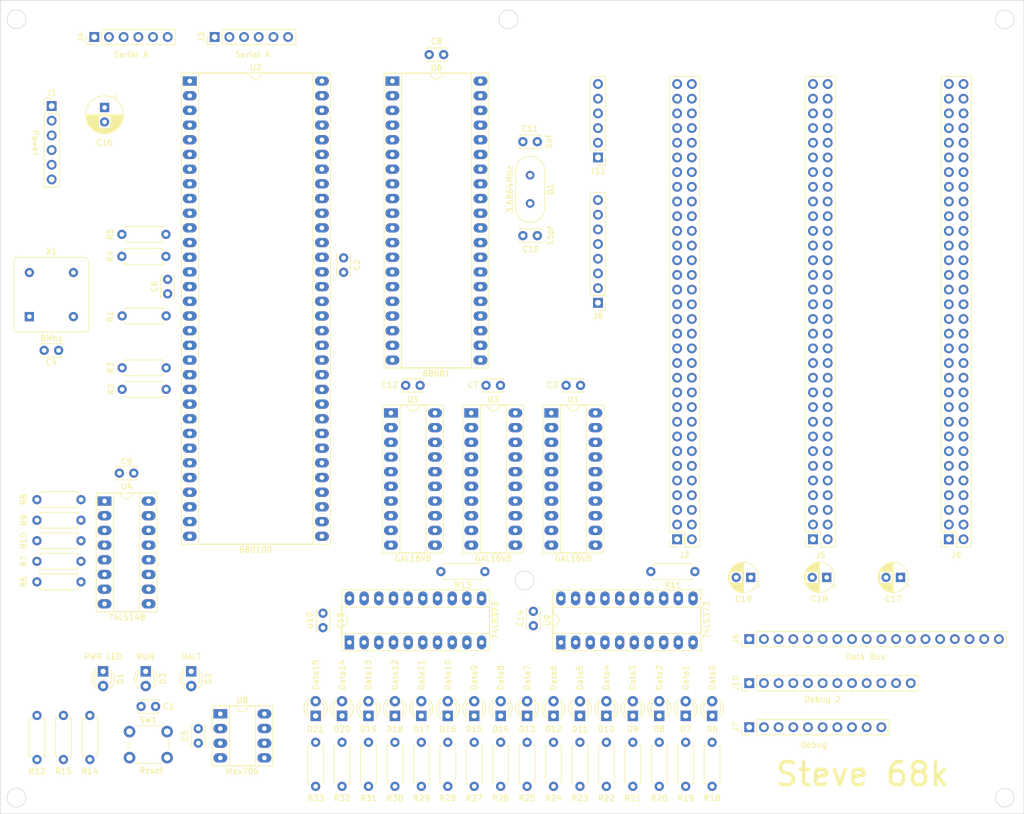
<source format=kicad_pcb>
(kicad_pcb (version 20211014) (generator pcbnew)
  (layers (0 "F.Cu" signal) (31 "B.Cu" signal) (34 "B.Paste" user) (35 "F.Paste" user) (36 "B.SilkS" user "B.Silkscreen") (37 "F.SilkS" user "F.Silkscreen") (38 "B.Mask" user) (39 "F.Mask" user) (44 "Edge.Cuts" user))
  (net 0 "")
  (net 1 "VCC")
  (net 2 "GND")
  (net 3 "Net-(C10-Pad1)")
  (net 4 "/A1")
  (net 5 "/A2")
  (net 6 "/A3")
  (net 7 "/A4")
  (net 8 "/A5")
  (net 9 "/A6")
  (net 10 "/A7")
  (net 11 "/A8")
  (net 12 "/A9")
  (net 13 "/A10")
  (net 14 "/A11")
  (net 15 "/A12")
  (net 16 "/A13")
  (net 17 "/A14")
  (net 18 "/A15")
  (net 19 "/A16")
  (net 20 "/A17")
  (net 21 "/A18")
  (net 22 "/A19")
  (net 23 "/A20")
  (net 24 "/A21")
  (net 25 "/D0")
  (net 26 "/D1")
  (net 27 "/D2")
  (net 28 "/D3")
  (net 29 "/D4")
  (net 30 "/D5")
  (net 31 "/D6")
  (net 32 "/D7")
  (net 33 "/CLK")
  (net 34 "/R~{W}")
  (net 35 "/~{AS}")
  (net 36 "Net-(C11-Pad1)")
  (net 37 "/E")
  (net 38 "/FC0")
  (net 39 "/FC1")
  (net 40 "/FC2")
  (net 41 "/~{RESET}")
  (net 42 "/~{HALT}")
  (net 43 "/~{BG}")
  (net 44 "/~{IPL0}")
  (net 45 "/~{IPL1}")
  (net 46 "Net-(C1-Pad1)")
  (net 47 "Net-(D1-Pad2)")
  (net 48 "Net-(D3-Pad2)")
  (net 49 "Net-(D6-Pad1)")
  (net 50 "Net-(D6-Pad2)")
  (net 51 "Net-(D7-Pad1)")
  (net 53 "Net-(D7-Pad2)")
  (net 54 "Net-(D8-Pad1)")
  (net 55 "Net-(D8-Pad2)")
  (net 56 "Net-(D9-Pad1)")
  (net 57 "Net-(D9-Pad2)")
  (net 58 "Net-(D10-Pad1)")
  (net 59 "Net-(D10-Pad2)")
  (net 60 "Net-(D11-Pad1)")
  (net 64 "Net-(D11-Pad2)")
  (net 65 "Net-(D12-Pad1)")
  (net 66 "Net-(D12-Pad2)")
  (net 67 "Net-(D2-Pad2)")
  (net 68 "Net-(D13-Pad1)")
  (net 69 "Net-(D13-Pad2)")
  (net 70 "Net-(D14-Pad1)")
  (net 71 "Net-(D14-Pad2)")
  (net 72 "Net-(D15-Pad1)")
  (net 73 "Net-(D15-Pad2)")
  (net 74 "Net-(D16-Pad1)")
  (net 75 "Net-(D16-Pad2)")
  (net 76 "Net-(D17-Pad1)")
  (net 77 "Net-(D17-Pad2)")
  (net 78 "Net-(D18-Pad1)")
  (net 79 "Net-(D18-Pad2)")
  (net 80 "Net-(D19-Pad1)")
  (net 81 "Net-(D19-Pad2)")
  (net 82 "Net-(D20-Pad1)")
  (net 83 "Net-(D20-Pad2)")
  (net 84 "Net-(D21-Pad1)")
  (net 85 "Net-(D21-Pad2)")
  (net 89 "/~{IPL2}")
  (net 90 "/~{VPA}")
  (net 93 "/~{IACK}")
  (net 94 "/~{BERR}")
  (net 95 "/~{IOSEL}")
  (net 96 "/~{IRQ3}")
  (net 99 "/~{IRQ4}")
  (net 100 "/~{IRQ5}")
  (net 101 "/~{VMA}")
  (net 102 "/~{BGACK}")
  (net 103 "/~{BR}")
  (net 104 "/~{IRQ6}")
  (net 105 "/~{LDS}")
  (net 106 "/~{UDS}")
  (net 107 "/D15")
  (net 108 "/D14")
  (net 109 "/D13")
  (net 110 "/A22")
  (net 111 "/D12")
  (net 112 "/A23")
  (net 113 "/D11")
  (net 114 "/D10")
  (net 115 "/D9")
  (net 116 "/D8")
  (net 117 "/~{DTACK}")
  (net 118 "/CTSA")
  (net 119 "/TXDA")
  (net 120 "/RXDA")
  (net 122 "/RTSA")
  (net 123 "/CTSB")
  (net 124 "/TXDB")
  (net 125 "/RXDB")
  (net 127 "/RTSB")
  (net 128 "/OP2")
  (net 129 "/OP3")
  (net 130 "/OP4")
  (net 131 "/OP5")
  (net 132 "/OP6")
  (net 133 "/OP7")
  (net 134 "/IP2")
  (net 135 "/IP3")
  (net 136 "/IP4")
  (net 137 "/IP5")
  (net 138 "/~{IRQ2}")
  (net 139 "/STATUSLO")
  (net 140 "/STATUSHI")
  (net 141 "/~{RUN}")
  (net 161 "/~{UARTSEL}")
  (footprint "Capacitor_THT:C_Disc_D3.4mm_W2.1mm_P2.50mm" (layer "F.Cu") (at 114.554 136.672 -90)
    (fp_text reference "C14" (at 1.25 2.286 90) (layer "F.SilkS"))
    (fp_text value ".1uF" hide)
    (pad "1" thru_hole circle (at 0 0 270) (size 1.6 1.6) (drill 0.8) (layers *.Cu *.Mask) (net 1 "VCC"))
    (pad "2" thru_hole circle (at 2.5 0 270) (size 1.6 1.6) (drill 0.8) (layers *.Cu *.Mask) (net 2 "GND"))
  )
  (footprint "Capacitor_THT:C_Disc_D3.4mm_W2.1mm_P2.50mm" (layer "F.Cu") (at 56.6 159.466 90)
    (fp_text reference "C5" (at 1.25 -2.3 90) (layer "F.SilkS"))
    (fp_text value ".1uF" hide)
    (pad "1" thru_hole circle (at 0 0 90) (size 1.6 1.6) (drill 0.8) (layers *.Cu *.Mask) (net 1 "VCC"))
    (pad "2" thru_hole circle (at 2.5 0 90) (size 1.6 1.6) (drill 0.8) (layers *.Cu *.Mask) (net 2 "GND"))
  )
  (footprint "Package_DIP:DIP-64_W22.86mm_Socket_LongPads" (layer "F.Cu") (at 55.123 44.953)
    (fp_text reference "U2" (at 11.43 -2.33) (layer "F.SilkS"))
    (fp_text value "68010D" (at 11.43 81.07) (layer "F.SilkS"))
    (pad "1" thru_hole rect (at 0 0) (size 2.4 1.6) (drill 0.8) (layers *.Cu *.Mask) (net 29 "/D4"))
    (pad "2" thru_hole oval (at 0 2.54) (size 2.4 1.6) (drill 0.8) (layers *.Cu *.Mask) (net 28 "/D3"))
    (pad "3" thru_hole oval (at 0 5.08) (size 2.4 1.6) (drill 0.8) (layers *.Cu *.Mask) (net 27 "/D2"))
    (pad "4" thru_hole oval (at 0 7.62) (size 2.4 1.6) (drill 0.8) (layers *.Cu *.Mask) (net 26 "/D1"))
    (pad "5" thru_hole oval (at 0 10.16) (size 2.4 1.6) (drill 0.8) (layers *.Cu *.Mask) (net 25 "/D0"))
    (pad "6" thru_hole oval (at 0 12.7) (size 2.4 1.6) (drill 0.8) (layers *.Cu *.Mask) (net 35 "/~{AS}"))
    (pad "7" thru_hole oval (at 0 15.24) (size 2.4 1.6) (drill 0.8) (layers *.Cu *.Mask) (net 106 "/~{UDS}"))
    (pad "8" thru_hole oval (at 0 17.78) (size 2.4 1.6) (drill 0.8) (layers *.Cu *.Mask) (net 105 "/~{LDS}"))
    (pad "9" thru_hole oval (at 0 20.32) (size 2.4 1.6) (drill 0.8) (layers *.Cu *.Mask) (net 34 "/R~{W}"))
    (pad "10" thru_hole oval (at 0 22.86) (size 2.4 1.6) (drill 0.8) (layers *.Cu *.Mask) (net 117 "/~{DTACK}"))
    (pad "11" thru_hole oval (at 0 25.4) (size 2.4 1.6) (drill 0.8) (layers *.Cu *.Mask) (net 43 "/~{BG}"))
    (pad "12" thru_hole oval (at 0 27.94) (size 2.4 1.6) (drill 0.8) (layers *.Cu *.Mask) (net 102 "/~{BGACK}"))
    (pad "13" thru_hole oval (at 0 30.48) (size 2.4 1.6) (drill 0.8) (layers *.Cu *.Mask) (net 103 "/~{BR}"))
    (pad "14" thru_hole oval (at 0 33.02) (size 2.4 1.6) (drill 0.8) (layers *.Cu *.Mask) (net 1 "VCC"))
    (pad "15" thru_hole oval (at 0 35.56) (size 2.4 1.6) (drill 0.8) (layers *.Cu *.Mask) (net 33 "/CLK"))
    (pad "16" thru_hole oval (at 0 38.1) (size 2.4 1.6) (drill 0.8) (layers *.Cu *.Mask) (net 2 "GND"))
    (pad "17" thru_hole oval (at 0 40.64) (size 2.4 1.6) (drill 0.8) (layers *.Cu *.Mask) (net 42 "/~{HALT}"))
    (pad "18" thru_hole oval (at 0 43.18) (size 2.4 1.6) (drill 0.8) (layers *.Cu *.Mask) (net 41 "/~{RESET}"))
    (pad "19" thru_hole oval (at 0 45.72) (size 2.4 1.6) (drill 0.8) (layers *.Cu *.Mask) (net 101 "/~{VMA}"))
    (pad "20" thru_hole oval (at 0 48.26) (size 2.4 1.6) (drill 0.8) (layers *.Cu *.Mask) (net 37 "/E"))
    (pad "21" thru_hole oval (at 0 50.8) (size 2.4 1.6) (drill 0.8) (layers *.Cu *.Mask) (net 90 "/~{VPA}"))
    (pad "22" thru_hole oval (at 0 53.34) (size 2.4 1.6) (drill 0.8) (layers *.Cu *.Mask) (net 94 "/~{BERR}"))
    (pad "23" thru_hole oval (at 0 55.88) (size 2.4 1.6) (drill 0.8) (layers *.Cu *.Mask) (net 89 "/~{IPL2}"))
    (pad "24" thru_hole oval (at 0 58.42) (size 2.4 1.6) (drill 0.8) (layers *.Cu *.Mask) (net 45 "/~{IPL1}"))
    (pad "25" thru_hole oval (at 0 60.96) (size 2.4 1.6) (drill 0.8) (layers *.Cu *.Mask) (net 44 "/~{IPL0}"))
    (pad "26" thru_hole oval (at 0 63.5) (size 2.4 1.6) (drill 0.8) (layers *.Cu *.Mask) (net 40 "/FC2"))
    (pad "27" thru_hole oval (at 0 66.04) (size 2.4 1.6) (drill 0.8) (layers *.Cu *.Mask) (net 39 "/FC1"))
    (pad "28" thru_hole oval (at 0 68.58) (size 2.4 1.6) (drill 0.8) (layers *.Cu *.Mask) (net 38 "/FC0"))
    (pad "29" thru_hole oval (at 0 71.12) (size 2.4 1.6) (drill 0.8) (layers *.Cu *.Mask) (net 4 "/A1"))
    (pad "30" thru_hole oval (at 0 73.66) (size 2.4 1.6) (drill 0.8) (layers *.Cu *.Mask) (net 5 "/A2"))
    (pad "31" thru_hole oval (at 0 76.2) (size 2.4 1.6) (drill 0.8) (layers *.Cu *.Mask) (net 6 "/A3"))
    (pad "32" thru_hole oval (at 0 78.74) (size 2.4 1.6) (drill 0.8) (layers *.Cu *.Mask) (net 7 "/A4"))
    (pad "33" thru_hole oval (at 22.86 78.74) (size 2.4 1.6) (drill 0.8) (layers *.Cu *.Mask) (net 8 "/A5"))
    (pad "34" thru_hole oval (at 22.86 76.2) (size 2.4 1.6) (drill 0.8) (layers *.Cu *.Mask) (net 9 "/A6"))
    (pad "35" thru_hole oval (at 22.86 73.66) (size 2.4 1.6) (drill 0.8) (layers *.Cu *.Mask) (net 10 "/A7"))
    (pad "36" thru_hole oval (at 22.86 71.12) (size 2.4 1.6) (drill 0.8) (layers *.Cu *.Mask) (net 11 "/A8"))
    (pad "37" thru_hole oval (at 22.86 68.58) (size 2.4 1.6) (drill 0.8) (layers *.Cu *.Mask) (net 12 "/A9"))
    (pad "38" thru_hole oval (at 22.86 66.04) (size 2.4 1.6) (drill 0.8) (layers *.Cu *.Mask) (net 13 "/A10"))
    (pad "39" thru_hole oval (at 22.86 63.5) (size 2.4 1.6) (drill 0.8) (layers *.Cu *.Mask) (net 14 "/A11"))
    (pad "40" thru_hole oval (at 22.86 60.96) (size 2.4 1.6) (drill 0.8) (layers *.Cu *.Mask) (net 15 "/A12"))
    (pad "41" thru_hole oval (at 22.86 58.42) (size 2.4 1.6) (drill 0.8) (layers *.Cu *.Mask) (net 16 "/A13"))
    (pad "42" thru_hole oval (at 22.86 55.88) (size 2.4 1.6) (drill 0.8) (layers *.Cu *.Mask) (net 17 "/A14"))
    (pad "43" thru_hole oval (at 22.86 53.34) (size 2.4 1.6) (drill 0.8) (layers *.Cu *.Mask) (net 18 "/A15"))
    (pad "44" thru_hole oval (at 22.86 50.8) (size 2.4 1.6) (drill 0.8) (layers *.Cu *.Mask) (net 19 "/A16"))
    (pad "45" thru_hole oval (at 22.86 48.26) (size 2.4 1.6) (drill 0.8) (layers *.Cu *.Mask) (net 20 "/A17"))
    (pad "46" thru_hole oval (at 22.86 45.72) (size 2.4 1.6) (drill 0.8) (layers *.Cu *.Mask) (net 21 "/A18"))
    (pad "47" thru_hole oval (at 22.86 43.18) (size 2.4 1.6) (drill 0.8) (layers *.Cu *.Mask) (net 22 "/A19"))
    (pad "48" thru_hole oval (at 22.86 40.64) (size 2.4 1.6) (drill 0.8) (layers *.Cu *.Mask) (net 23 "/A20"))
    (pad "49" thru_hole oval (at 22.86 38.1) (size 2.4 1.6) (drill 0.8) (layers *.Cu *.Mask) (net 1 "VCC"))
    (pad "50" thru_hole oval (at 22.86 35.56) (size 2.4 1.6) (drill 0.8) (layers *.Cu *.Mask) (net 24 "/A21"))
    (pad "51" thru_hole oval (at 22.86 33.02) (size 2.4 1.6) (drill 0.8) (layers *.Cu *.Mask) (net 110 "/A22"))
    (pad "52" thru_hole oval (at 22.86 30.48) (size 2.4 1.6) (drill 0.8) (layers *.Cu *.Mask) (net 112 "/A23"))
    (pad "53" thru_hole oval (at 22.86 27.94) (size 2.4 1.6) (drill 0.8) (layers *.Cu *.Mask) (net 2 "GND"))
    (pad "54" thru_hole oval (at 22.86 25.4) (size 2.4 1.6) (drill 0.8) (layers *.Cu *.Mask) (net 107 "/D15"))
    (pad "55" thru_hole oval (at 22.86 22.86) (size 2.4 1.6) (drill 0.8) (layers *.Cu *.Mask) (net 108 "/D14"))
    (pad "56" thru_hole oval (at 22.86 20.32) (size 2.4 1.6) (drill 0.8) (layers *.Cu *.Mask) (net 109 "/D13"))
    (pad "57" thru_hole oval (at 22.86 17.78) (size 2.4 1.6) (drill 0.8) (layers *.Cu *.Mask) (net 111 "/D12"))
    (pad "58" thru_hole oval (at 22.86 15.24) (size 2.4 1.6) (drill 0.8) (layers *.Cu *.Mask) (net 113 "/D11"))
    (pad "59" thru_hole oval (at 22.86 12.7) (size 2.4 1.6) (drill 0.8) (layers *.Cu *.Mask) (net 114 "/D10"))
    (pad "60" thru_hole oval (at 22.86 10.16) (size 2.4 1.6) (drill 0.8) (layers *.Cu *.Mask) (net 115 "/D9"))
    (pad "61" thru_hole oval (at 22.86 7.62) (size 2.4 1.6) (drill 0.8) (layers *.Cu *.Mask) (net 116 "/D8"))
    (pad "62" thru_hole oval (at 22.86 5.08) (size 2.4 1.6) (drill 0.8) (layers *.Cu *.Mask) (net 32 "/D7"))
    (pad "63" thru_hole oval (at 22.86 2.54) (size 2.4 1.6) (drill 0.8) (layers *.Cu *.Mask) (net 31 "/D6"))
    (pad "64" thru_hole oval (at 22.86 0) (size 2.4 1.6) (drill 0.8) (layers *.Cu *.Mask) (net 30 "/D5"))
  )
  (footprint "Capacitor_THT:CP_Radial_D6.3mm_P2.50mm" (layer "F.Cu") (at 40.386 49.53 -90)
    (fp_text reference "C16" (at 6.096 0 180) (layer "F.SilkS"))
    (fp_text value "470uF")
    (pad "1" thru_hole rect (at 0 0 270) (size 1.6 1.6) (drill 0.8) (layers *.Cu *.Mask) (net 1 "VCC"))
    (pad "2" thru_hole circle (at 2.5 0 270) (size 1.6 1.6) (drill 0.8) (layers *.Cu *.Mask) (net 2 "GND"))
  )
  (footprint "Resistor_THT:R_Axial_DIN0207_L6.3mm_D2.5mm_P7.62mm_Horizontal" (layer "F.Cu") (at 43.384 71.474)
    (fp_text reference "R5" (at -2.032 0 90) (layer "F.SilkS"))
    (fp_text value "4K7")
    (pad "1" thru_hole circle (at 0 0) (size 1.6 1.6) (drill 0.8) (layers *.Cu *.Mask) (net 1 "VCC"))
    (pad "2" thru_hole oval (at 7.62 0) (size 1.6 1.6) (drill 0.8) (layers *.Cu *.Mask) (net 102 "/~{BGACK}"))
  )
  (footprint "Resistor_THT:R_Axial_DIN0207_L6.3mm_D2.5mm_P7.62mm_Horizontal" (layer "F.Cu") (at 43.428 98.278)
    (fp_text reference "R2" (at -1.88 0 90) (layer "F.SilkS"))
    (fp_text value "4K7" hide)
    (pad "1" thru_hole circle (at 0 0) (size 1.6 1.6) (drill 0.8) (layers *.Cu *.Mask) (net 1 "VCC"))
    (pad "2" thru_hole oval (at 7.62 0) (size 1.6 1.6) (drill 0.8) (layers *.Cu *.Mask) (net 94 "/~{BERR}"))
  )
  (footprint "Resistor_THT:R_Axial_DIN0207_L6.3mm_D2.5mm_P7.62mm_Horizontal" (layer "F.Cu") (at 99.753 166.947 90)
    (fp_text reference "R28" (at -2.032 0 180) (layer "F.SilkS"))
    (fp_text value "470")
    (pad "1" thru_hole circle (at 0 0 90) (size 1.6 1.6) (drill 0.8) (layers *.Cu *.Mask) (net 2 "GND"))
    (pad "2" thru_hole oval (at 7.62 0 90) (size 1.6 1.6) (drill 0.8) (layers *.Cu *.Mask) (net 74 "Net-(D16-Pad1)"))
  )
  (footprint "Connector_PinHeader_2.54mm:PinHeader_1x06_P2.54mm_Vertical" (layer "F.Cu") (at 125.73 58.166 180)
    (fp_text reference "J11" (at 0 -2.33) (layer "F.SilkS"))
    (fp_text value "Duart IP")
    (pad "1" thru_hole rect (at 0 0 180) (size 1.7 1.7) (drill 1) (layers F&B.Cu *.Mask) (net 1 "VCC"))
    (pad "2" thru_hole oval (at 0 2.54 180) (size 1.7 1.7) (drill 1) (layers F&B.Cu *.Mask) (net 134 "/IP2"))
    (pad "3" thru_hole oval (at 0 5.08 180) (size 1.7 1.7) (drill 1) (layers F&B.Cu *.Mask) (net 135 "/IP3"))
    (pad "4" thru_hole oval (at 0 7.62 180) (size 1.7 1.7) (drill 1) (layers F&B.Cu *.Mask) (net 136 "/IP4"))
    (pad "5" thru_hole oval (at 0 10.16 180) (size 1.7 1.7) (drill 1) (layers F&B.Cu *.Mask) (net 137 "/IP5"))
    (pad "6" thru_hole oval (at 0 12.7 180) (size 1.7 1.7) (drill 1) (layers F&B.Cu *.Mask) (net 2 "GND"))
  )
  (footprint "Button_Switch_THT:SW_PUSH_6mm" (layer "F.Cu") (at 44.704 157.48)
    (fp_text reference "SW1" (at 3.25 -2) (layer "F.SilkS"))
    (fp_text value "Reset" (at 3.75 6.7) (layer "F.SilkS"))
    (pad "1" thru_hole circle (at 6.5 0 90) (size 2 2) (drill 1.1) (layers *.Cu *.Mask) (net 2 "GND"))
    (pad "1" thru_hole circle (at 0 0 90) (size 2 2) (drill 1.1) (layers *.Cu *.Mask) (net 2 "GND"))
    (pad "2" thru_hole circle (at 0 4.5 90) (size 2 2) (drill 1.1) (layers *.Cu *.Mask) (net 46 "Net-(C1-Pad1)"))
    (pad "2" thru_hole circle (at 6.5 4.5 90) (size 2 2) (drill 1.1) (layers *.Cu *.Mask) (net 46 "Net-(C1-Pad1)"))
  )
  (footprint "Connector_PinSocket_2.54mm:PinSocket_2x32_P2.54mm_Vertical" (layer "F.Cu") (at 139.426 124.211 180)
    (fp_text reference "J2" (at -1.27 -2.77) (layer "F.SilkS"))
    (fp_text value "Conn_02x32_Odd_Even")
    (pad "1" thru_hole rect (at 0 0 180) (size 1.7 1.7) (drill 1) (layers *.Cu *.Mask) (net 4 "/A1"))
    (pad "2" thru_hole oval (at -2.54 0 180) (size 1.7 1.7) (drill 1) (layers *.Cu *.Mask) (net 1 "VCC"))
    (pad "3" thru_hole oval (at 0 2.54 180) (size 1.7 1.7) (drill 1) (layers *.Cu *.Mask) (net 5 "/A2"))
    (pad "4" thru_hole oval (at -2.54 2.54 180) (size 1.7 1.7) (drill 1) (layers *.Cu *.Mask) (net 33 "/CLK"))
    (pad "5" thru_hole oval (at 0 5.08 180) (size 1.7 1.7) (drill 1) (layers *.Cu *.Mask) (net 6 "/A3"))
    (pad "6" thru_hole oval (at -2.54 5.08 180) (size 1.7 1.7) (drill 1) (layers *.Cu *.Mask) (net 2 "GND"))
    (pad "7" thru_hole oval (at 0 7.62 180) (size 1.7 1.7) (drill 1) (layers *.Cu *.Mask) (net 7 "/A4"))
    (pad "8" thru_hole oval (at -2.54 7.62 180) (size 1.7 1.7) (drill 1) (layers *.Cu *.Mask) (net 90 "/~{VPA}"))
    (pad "9" thru_hole oval (at 0 10.16 180) (size 1.7 1.7) (drill 1) (layers *.Cu *.Mask) (net 8 "/A5"))
    (pad "10" thru_hole oval (at -2.54 10.16 180) (size 1.7 1.7) (drill 1) (layers *.Cu *.Mask) (net 93 "/~{IACK}"))
    (pad "11" thru_hole oval (at 0 12.7 180) (size 1.7 1.7) (drill 1) (layers *.Cu *.Mask) (net 9 "/A6"))
    (pad "12" thru_hole oval (at -2.54 12.7 180) (size 1.7 1.7) (drill 1) (layers *.Cu *.Mask) (net 95 "/~{IOSEL}"))
    (pad "13" thru_hole oval (at 0 15.24 180) (size 1.7 1.7) (drill 1) (layers *.Cu *.Mask) (net 10 "/A7"))
    (pad "14" thru_hole oval (at -2.54 15.24 180) (size 1.7 1.7) (drill 1) (layers *.Cu *.Mask) (net 96 "/~{IRQ3}"))
    (pad "15" thru_hole oval (at 0 17.78 180) (size 1.7 1.7) (drill 1) (layers *.Cu *.Mask) (net 11 "/A8"))
    (pad "16" thru_hole oval (at -2.54 17.78 180) (size 1.7 1.7) (drill 1) (layers *.Cu *.Mask) (net 42 "/~{HALT}"))
    (pad "17" thru_hole oval (at 0 20.32 180) (size 1.7 1.7) (drill 1) (layers *.Cu *.Mask) (net 12 "/A9"))
    (pad "18" thru_hole oval (at -2.54 20.32 180) (size 1.7 1.7) (drill 1) (layers *.Cu *.Mask) (net 99 "/~{IRQ4}"))
    (pad "19" thru_hole oval (at 0 22.86 180) (size 1.7 1.7) (drill 1) (layers *.Cu *.Mask) (net 13 "/A10"))
    (pad "20" thru_hole oval (at -2.54 22.86 180) (size 1.7 1.7) (drill 1) (layers *.Cu *.Mask) (net 38 "/FC0"))
    (pad "21" thru_hole oval (at 0 25.4 180) (size 1.7 1.7) (drill 1) (layers *.Cu *.Mask) (net 14 "/A11"))
    (pad "22" thru_hole oval (at -2.54 25.4 180) (size 1.7 1.7) (drill 1) (layers *.Cu *.Mask) (net 39 "/FC1"))
    (pad "23" thru_hole oval (at 0 27.94 180) (size 1.7 1.7) (drill 1) (layers *.Cu *.Mask) (net 15 "/A12"))
    (pad "24" thru_hole oval (at -2.54 27.94 180) (size 1.7 1.7) (drill 1) (layers *.Cu *.Mask) (net 40 "/FC2"))
    (pad "25" thru_hole oval (at 0 30.48 180) (size 1.7 1.7) (drill 1) (layers *.Cu *.Mask) (net 16 "/A13"))
    (pad "26" thru_hole oval (at -2.54 30.48 180) (size 1.7 1.7) (drill 1) (layers *.Cu *.Mask) (net 100 "/~{IRQ5}"))
    (pad "27" thru_hole oval (at 0 33.02 180) (size 1.7 1.7) (drill 1) (layers *.Cu *.Mask) (net 17 "/A14"))
    (pad "28" thru_hole oval (at -2.54 33.02 180) (size 1.7 1.7) (drill 1) (layers *.Cu *.Mask) (net 101 "/~{VMA}"))
    (pad "29" thru_hole oval (at 0 35.56 180) (size 1.7 1.7) (drill 1) (layers *.Cu *.Mask) (net 18 "/A15"))
    (pad "30" thru_hole oval (at -2.54 35.56 180) (size 1.7 1.7) (drill 1) (layers *.Cu *.Mask) (net 104 "/~{IRQ6}"))
    (pad "31" thru_hole oval (at 0 38.1 180) (size 1.7 1.7) (drill 1) (layers *.Cu *.Mask) (net 19 "/A16"))
    (pad "32" thru_hole oval (at -2.54 38.1 180) (size 1.7 1.7) (drill 1) (layers *.Cu *.Mask) (net 105 "/~{LDS}"))
    (pad "33" thru_hole oval (at 0 40.64 180) (size 1.7 1.7) (drill 1) (layers *.Cu *.Mask) (net 20 "/A17"))
    (pad "34" thru_hole oval (at -2.54 40.64 180) (size 1.7 1.7) (drill 1) (layers *.Cu *.Mask) (net 106 "/~{UDS}"))
    (pad "35" thru_hole oval (at 0 43.18 180) (size 1.7 1.7) (drill 1) (layers *.Cu *.Mask) (net 21 "/A18"))
    (pad "36" thru_hole oval (at -2.54 43.18 180) (size 1.7 1.7) (drill 1) (layers *.Cu *.Mask) (net 41 "/~{RESET}"))
    (pad "37" thru_hole oval (at 0 45.72 180) (size 1.7 1.7) (drill 1) (layers *.Cu *.Mask) (net 22 "/A19"))
    (pad "38" thru_hole oval (at -2.54 45.72 180) (size 1.7 1.7) (drill 1) (layers *.Cu *.Mask) (net 107 "/D15"))
    (pad "39" thru_hole oval (at 0 48.26 180) (size 1.7 1.7) (drill 1) (layers *.Cu *.Mask) (net 23 "/A20"))
    (pad "40" thru_hole oval (at -2.54 48.26 180) (size 1.7 1.7) (drill 1) (layers *.Cu *.Mask) (net 108 "/D14"))
    (pad "41" thru_hole oval (at 0 50.8 180) (size 1.7 1.7) (drill 1) (layers *.Cu *.Mask) (net 24 "/A21"))
    (pad "42" thru_hole oval (at -2.54 50.8 180) (size 1.7 1.7) (drill 1) (layers *.Cu *.Mask) (net 109 "/D13"))
    (pad "43" thru_hole oval (at 0 53.34 180) (size 1.7 1.7) (drill 1) (layers *.Cu *.Mask) (net 110 "/A22"))
    (pad "44" thru_hole oval (at -2.54 53.34 180) (size 1.7 1.7) (drill 1) (layers *.Cu *.Mask) (net 111 "/D12"))
    (pad "45" thru_hole oval (at 0 55.88 180) (size 1.7 1.7) (drill 1) (layers *.Cu *.Mask) (net 112 "/A23"))
    (pad "46" thru_hole oval (at -2.54 55.88 180) (size 1.7 1.7) (drill 1) (layers *.Cu *.Mask) (net 113 "/D11"))
    (pad "47" thru_hole oval (at 0 58.42 180) (size 1.7 1.7) (drill 1) (layers *.Cu *.Mask) (net 35 "/~{AS}"))
    (pad "48" thru_hole oval (at -2.54 58.42 180) (size 1.7 1.7) (drill 1) (layers *.Cu *.Mask) (net 114 "/D10"))
    (pad "49" thru_hole oval (at 0 60.96 180) (size 1.7 1.7) (drill 1) (layers *.Cu *.Mask) (net 94 "/~{BERR}"))
    (pad "50" thru_hole oval (at -2.54 60.96 180) (size 1.7 1.7) (drill 1) (layers *.Cu *.Mask) (net 115 "/D9"))
    (pad "51" thru_hole oval (at 0 63.5 180) (size 1.7 1.7) (drill 1) (layers *.Cu *.Mask) (net 43 "/~{BG}"))
    (pad "52" thru_hole oval (at -2.54 63.5 180) (size 1.7 1.7) (drill 1) (layers *.Cu *.Mask) (net 116 "/D8"))
    (pad "53" thru_hole oval (at 0 66.04 180) (size 1.7 1.7) (drill 1) (layers *.Cu *.Mask) (net 102 "/~{BGACK}"))
    (pad "54" thru_hole oval (at -2.54 66.04 180) (size 1.7 1.7) (drill 1) (layers *.Cu *.Mask) (net 32 "/D7"))
    (pad "55" thru_hole oval (at 0 68.58 180) (size 1.7 1.7) (drill 1) (layers *.Cu *.Mask) (net 103 "/~{BR}"))
    (pad "56" thru_hole oval (at -2.54 68.58 180) (size 1.7 1.7) (drill 1) (layers *.Cu *.Mask) (net 31 "/D6"))
    (pad "57" thru_hole oval (at 0 71.12 180) (size 1.7 1.7) (drill 1) (layers *.Cu *.Mask) (net 117 "/~{DTACK}"))
    (pad "58" thru_hole oval (at -2.54 71.12 180) (size 1.7 1.7) (drill 1) (layers *.Cu *.Mask) (net 30 "/D5"))
    (pad "59" thru_hole oval (at 0 73.66 180) (size 1.7 1.7) (drill 1) (layers *.Cu *.Mask) (net 34 "/R~{W}"))
    (pad "60" thru_hole oval (at -2.54 73.66 180) (size 1.7 1.7) (drill 1) (layers *.Cu *.Mask) (net 29 "/D4"))
    (pad "61" thru_hole oval (at 0 76.2 180) (size 1.7 1.7) (drill 1) (layers *.Cu *.Mask) (net 25 "/D0"))
    (pad "62" thru_hole oval (at -2.54 76.2 180) (size 1.7 1.7) (drill 1) (layers *.Cu *.Mask) (net 28 "/D3"))
    (pad "63" thru_hole oval (at 0 78.74 180) (size 1.7 1.7) (drill 1) (layers *.Cu *.Mask) (net 26 "/D1"))
    (pad "64" thru_hole oval (at -2.54 78.74 180) (size 1.7 1.7) (drill 1) (layers *.Cu *.Mask) (net 27 "/D2"))
  )
  (footprint "LED_THT:LED_D3.0mm_Clear" (layer "F.Cu") (at 127.185 154.76 90)
    (fp_text reference "D10" (at -2.28 0.01) (layer "F.SilkS"))
    (fp_text value "Data4" (at 6.60381 0 90) (layer "F.SilkS"))
    (pad "1" thru_hole rect (at 0 0 90) (size 1.8 1.8) (drill 0.9) (layers *.Cu *.Mask) (net 58 "Net-(D10-Pad1)"))
    (pad "2" thru_hole circle (at 2.54 0 90) (size 1.8 1.8) (drill 0.9) (layers *.Cu *.Mask) (net 59 "Net-(D10-Pad2)"))
  )
  (footprint "Resistor_THT:R_Axial_DIN0207_L6.3mm_D2.5mm_P7.62mm_Horizontal" (layer "F.Cu") (at 43.428 85.578)
    (fp_text reference "R1" (at -2.076 0.12 90) (layer "F.SilkS"))
    (fp_text value "Rk7")
    (pad "1" thru_hole circle (at 0 0) (size 1.6 1.6) (drill 0.8) (layers *.Cu *.Mask) (net 1 "VCC"))
    (pad "2" thru_hole oval (at 7.62 0) (size 1.6 1.6) (drill 0.8) (layers *.Cu *.Mask) (net 42 "/~{HALT}"))
  )
  (footprint "Resistor_THT:R_Axial_DIN0207_L6.3mm_D2.5mm_P7.62mm_Horizontal" (layer "F.Cu") (at 136.329 166.947 90)
    (fp_text reference "R20" (at -2.032 0 180) (layer "F.SilkS"))
    (fp_text value "470")
    (pad "1" thru_hole circle (at 0 0 90) (size 1.6 1.6) (drill 0.8) (layers *.Cu *.Mask) (net 2 "GND"))
    (pad "2" thru_hole oval (at 7.62 0 90) (size 1.6 1.6) (drill 0.8) (layers *.Cu *.Mask) (net 54 "Net-(D8-Pad1)"))
  )
  (footprint "Connector_PinHeader_2.54mm:PinHeader_1x06_P2.54mm_Vertical" (layer "F.Cu") (at 59.436 37.338 90)
    (fp_text reference "J3" (at 0 -2.33 90) (layer "F.SilkS"))
    (fp_text value "Serial A" (at -3.048 6.604 180) (layer "F.SilkS"))
    (pad "1" thru_hole rect (at 0 0 90) (size 1.7 1.7) (drill 1) (layers *.Cu *.Mask) (net 118 "/CTSA"))
    (pad "2" thru_hole oval (at 0 2.54 90) (size 1.7 1.7) (drill 1) (layers *.Cu *.Mask) (net 119 "/TXDA"))
    (pad "3" thru_hole oval (at 0 5.08 90) (size 1.7 1.7) (drill 1) (layers *.Cu *.Mask) (net 120 "/RXDA"))
    (pad "4" thru_hole oval (at 0 7.62 90) (size 1.7 1.7) (drill 1) (layers *.Cu *.Mask))
    (pad "5" thru_hole oval (at 0 10.16 90) (size 1.7 1.7) (drill 1) (layers *.Cu *.Mask) (net 122 "/RTSA"))
    (pad "6" thru_hole oval (at 0 12.7 90) (size 1.7 1.7) (drill 1) (layers *.Cu *.Mask) (net 2 "GND"))
  )
  (footprint "Resistor_THT:R_Axial_DIN0207_L6.3mm_D2.5mm_P7.62mm_Horizontal" (layer "F.Cu") (at 127.185 166.947 90)
    (fp_text reference "R22" (at -2.032 0 180) (layer "F.SilkS"))
    (fp_text value "470")
    (pad "1" thru_hole circle (at 0 0 90) (size 1.6 1.6) (drill 0.8) (layers *.Cu *.Mask) (net 2 "GND"))
    (pad "2" thru_hole oval (at 7.62 0 90) (size 1.6 1.6) (drill 0.8) (layers *.Cu *.Mask) (net 58 "Net-(D10-Pad1)"))
  )
  (footprint "LED_THT:LED_D3.0mm_Clear" (layer "F.Cu") (at 113.469 154.76 90)
    (fp_text reference "D13" (at -2.28 0.005) (layer "F.SilkS"))
    (fp_text value "Data7" (at 6.60381 0.015 90) (layer "F.SilkS"))
    (pad "1" thru_hole rect (at 0 0 90) (size 1.8 1.8) (drill 0.9) (layers *.Cu *.Mask) (net 68 "Net-(D13-Pad1)"))
    (pad "2" thru_hole circle (at 2.54 0 90) (size 1.8 1.8) (drill 0.9) (layers *.Cu *.Mask) (net 69 "Net-(D13-Pad2)"))
  )
  (footprint "Resistor_THT:R_Axial_DIN0207_L6.3mm_D2.5mm_P7.62mm_Horizontal" (layer "F.Cu") (at 145.473 166.947 90)
    (fp_text reference "R18" (at -2.032 0 180) (layer "F.SilkS"))
    (fp_text value "470")
    (pad "1" thru_hole circle (at 0 0 90) (size 1.6 1.6) (drill 0.8) (layers *.Cu *.Mask) (net 2 "GND"))
    (pad "2" thru_hole oval (at 7.62 0 90) (size 1.6 1.6) (drill 0.8) (layers *.Cu *.Mask) (net 49 "Net-(D6-Pad1)"))
  )
  (footprint "Resistor_THT:R_Axial_DIN0207_L6.3mm_D2.5mm_P7.62mm_Horizontal" (layer "F.Cu") (at 122.613 166.947 90)
    (fp_text reference "R23" (at -2.032 0 180) (layer "F.SilkS"))
    (fp_text value "470")
    (pad "1" thru_hole circle (at 0 0 90) (size 1.6 1.6) (drill 0.8) (layers *.Cu *.Mask) (net 2 "GND"))
    (pad "2" thru_hole oval (at 7.62 0 90) (size 1.6 1.6) (drill 0.8) (layers *.Cu *.Mask) (net 60 "Net-(D11-Pad1)"))
  )
  (footprint "Resistor_THT:R_Axial_DIN0207_L6.3mm_D2.5mm_P7.62mm_Horizontal" (layer "F.Cu") (at 28.692 120.914)
    (fp_text reference "R9" (at -2.286 0 90) (layer "F.SilkS"))
    (fp_text value "4K7")
    (pad "1" thru_hole circle (at 0 0) (size 1.6 1.6) (drill 0.8) (layers *.Cu *.Mask) (net 1 "VCC"))
    (pad "2" thru_hole oval (at 7.62 0) (size 1.6 1.6) (drill 0.8) (layers *.Cu *.Mask) (net 100 "/~{IRQ5}"))
  )
  (footprint "LED_THT:LED_D3.0mm_Clear" (layer "F.Cu") (at 118.041 154.76 90)
    (fp_text reference "D12" (at -2.28 0.005) (layer "F.SilkS"))
    (fp_text value "Data6" (at 6.60381 -0.005 90) (layer "F.SilkS"))
    (pad "1" thru_hole rect (at 0 0 90) (size 1.8 1.8) (drill 0.9) (layers *.Cu *.Mask) (net 65 "Net-(D12-Pad1)"))
    (pad "2" thru_hole circle (at 2.54 0 90) (size 1.8 1.8) (drill 0.9) (layers *.Cu *.Mask) (net 66 "Net-(D12-Pad2)"))
  )
  (footprint "Resistor_THT:R_Axial_DIN0207_L6.3mm_D2.5mm_P7.62mm_Horizontal" (layer "F.Cu") (at 131.757 166.947 90)
    (fp_text reference "R21" (at -2.032 0 180) (layer "F.SilkS"))
    (fp_text value "470")
    (pad "1" thru_hole circle (at 0 0 90) (size 1.6 1.6) (drill 0.8) (layers *.Cu *.Mask) (net 2 "GND"))
    (pad "2" thru_hole oval (at 7.62 0 90) (size 1.6 1.6) (drill 0.8) (layers *.Cu *.Mask) (net 56 "Net-(D9-Pad1)"))
  )
  (footprint "Package_DIP:DIP-40_W15.24mm_Socket_LongPads" (layer "F.Cu") (at 90.17 44.958)
    (fp_text reference "U6" (at 7.62 -2.33) (layer "F.SilkS"))
    (fp_text value "68681" (at 7.62 50.59) (layer "F.SilkS"))
    (pad "1" thru_hole rect (at 0 0) (size 2.4 1.6) (drill 0.8) (layers *.Cu *.Mask) (net 4 "/A1"))
    (pad "2" thru_hole oval (at 0 2.54) (size 2.4 1.6) (drill 0.8) (layers *.Cu *.Mask) (net 135 "/IP3"))
    (pad "3" thru_hole oval (at 0 5.08) (size 2.4 1.6) (drill 0.8) (layers *.Cu *.Mask) (net 5 "/A2"))
    (pad "4" thru_hole oval (at 0 7.62) (size 2.4 1.6) (drill 0.8) (layers *.Cu *.Mask) (net 123 "/CTSB"))
    (pad "5" thru_hole oval (at 0 10.16) (size 2.4 1.6) (drill 0.8) (layers *.Cu *.Mask) (net 6 "/A3"))
    (pad "6" thru_hole oval (at 0 12.7) (size 2.4 1.6) (drill 0.8) (layers *.Cu *.Mask) (net 7 "/A4"))
    (pad "7" thru_hole oval (at 0 15.24) (size 2.4 1.6) (drill 0.8) (layers *.Cu *.Mask) (net 118 "/CTSA"))
    (pad "8" thru_hole oval (at 0 17.78) (size 2.4 1.6) (drill 0.8) (layers *.Cu *.Mask) (net 34 "/R~{W}"))
    (pad "9" thru_hole oval (at 0 20.32) (size 2.4 1.6) (drill 0.8) (layers *.Cu *.Mask) (net 117 "/~{DTACK}"))
    (pad "10" thru_hole oval (at 0 22.86) (size 2.4 1.6) (drill 0.8) (layers *.Cu *.Mask) (net 125 "/RXDB"))
    (pad "11" thru_hole oval (at 0 25.4) (size 2.4 1.6) (drill 0.8) (layers *.Cu *.Mask) (net 124 "/TXDB"))
    (pad "12" thru_hole oval (at 0 27.94) (size 2.4 1.6) (drill 0.8) (layers *.Cu *.Mask) (net 127 "/RTSB"))
    (pad "13" thru_hole oval (at 0 30.48) (size 2.4 1.6) (drill 0.8) (layers *.Cu *.Mask) (net 129 "/OP3"))
    (pad "14" thru_hole oval (at 0 33.02) (size 2.4 1.6) (drill 0.8) (layers *.Cu *.Mask) (net 131 "/OP5"))
    (pad "15" thru_hole oval (at 0 35.56) (size 2.4 1.6) (drill 0.8) (layers *.Cu *.Mask) (net 133 "/OP7"))
    (pad "16" thru_hole oval (at 0 38.1) (size 2.4 1.6) (drill 0.8) (layers *.Cu *.Mask) (net 26 "/D1"))
    (pad "17" thru_hole oval (at 0 40.64) (size 2.4 1.6) (drill 0.8) (layers *.Cu *.Mask) (net 28 "/D3"))
    (pad "18" thru_hole oval (at 0 43.18) (size 2.4 1.6) (drill 0.8) (layers *.Cu *.Mask) (net 30 "/D5"))
    (pad "19" thru_hole oval (at 0 45.72) (size 2.4 1.6) (drill 0.8) (layers *.Cu *.Mask) (net 32 "/D7"))
    (pad "20" thru_hole oval (at 0 48.26) (size 2.4 1.6) (drill 0.8) (layers *.Cu *.Mask) (net 2 "GND"))
    (pad "21" thru_hole oval (at 15.24 48.26) (size 2.4 1.6) (drill 0.8) (layers *.Cu *.Mask) (net 138 "/~{IRQ2}"))
    (pad "22" thru_hole oval (at 15.24 45.72) (size 2.4 1.6) (drill 0.8) (layers *.Cu *.Mask) (net 31 "/D6"))
    (pad "23" thru_hole oval (at 15.24 43.18) (size 2.4 1.6) (drill 0.8) (layers *.Cu *.Mask) (net 29 "/D4"))
    (pad "24" thru_hole oval (at 15.24 40.64) (size 2.4 1.6) (drill 0.8) (layers *.Cu *.Mask) (net 27 "/D2"))
    (pad "25" thru_hole oval (at 15.24 38.1) (size 2.4 1.6) (drill 0.8) (layers *.Cu *.Mask) (net 25 "/D0"))
    (pad "26" thru_hole oval (at 15.24 35.56) (size 2.4 1.6) (drill 0.8) (layers *.Cu *.Mask) (net 132 "/OP6"))
    (pad "27" thru_hole oval (at 15.24 33.02) (size 2.4 1.6) (drill 0.8) (layers *.Cu *.Mask) (net 130 "/OP4"))
    (pad "28" thru_hole oval (at 15.24 30.48) (size 2.4 1.6) (drill 0.8) (layers *.Cu *.Mask) (net 128 "/OP2"))
    (pad "29" thru_hole oval (at 15.24 27.94) (size 2.4 1.6) (drill 0.8) (layers *.Cu *.Mask) (net 122 "/RTSA"))
    (pad "30" thru_hole oval (at 15.24 25.4) (size 2.4 1.6) (drill 0.8) (layers *.Cu *.Mask) (net 119 "/TXDA"))
    (pad "31" thru_hole oval (at 15.24 22.86) (size 2.4 1.6) (drill 0.8) (layers *.Cu *.Mask) (net 120 "/RXDA"))
    (pad "32" thru_hole oval (at 15.24 20.32) (size 2.4 1.6) (drill 0.8) (layers *.Cu *.Mask) (net 3 "Net-(C10-Pad1)"))
    (pad "33" thru_hole oval (at 15.24 17.78) (size 2.4 1.6) (drill 0.8) (layers *.Cu *.Mask) (net 36 "Net-(C11-Pad1)"))
    (pad "34" thru_hole oval (at 15.24 15.24) (size 2.4 1.6) (drill 0.8) (layers *.Cu *.Mask) (net 41 "/~{RESET}"))
    (pad "35" thru_hole oval (at 15.24 12.7) (size 2.4 1.6) (drill 0.8) (layers *.Cu *.Mask) (net 161 "/~{UARTSEL}"))
    (pad "36" thru_hole oval (at 15.24 10.16) (size 2.4 1.6) (drill 0.8) (layers *.Cu *.Mask) (net 134 "/IP2"))
    (pad "37" thru_hole oval (at 15.24 7.62) (size 2.4 1.6) (drill 0.8) (layers *.Cu *.Mask) (net 93 "/~{IACK}"))
    (pad "38" thru_hole oval (at 15.24 5.08) (size 2.4 1.6) (drill 0.8) (layers *.Cu *.Mask) (net 137 "/IP5"))
    (pad "39" thru_hole oval (at 15.24 2.54) (size 2.4 1.6) (drill 0.8) (layers *.Cu *.Mask) (net 136 "/IP4"))
    (pad "40" thru_hole oval (at 15.24 0) (size 2.4 1.6) (drill 0.8) (layers *.Cu *.Mask) (net 1 "VCC"))
  )
  (footprint "Capacitor_THT:C_Disc_D3.4mm_W2.1mm_P2.50mm" (layer "F.Cu") (at 29.942 91.54)
    (fp_text reference "C4" (at 1.25 2.032) (layer "F.SilkS"))
    (fp_text value ".1uF" hide)
    (pad "1" thru_hole circle (at 0 0) (size 1.6 1.6) (drill 0.8) (layers *.Cu *.Mask) (net 1 "VCC"))
    (pad "2" thru_hole circle (at 2.5 0) (size 1.6 1.6) (drill 0.8) (layers *.Cu *.Mask) (net 2 "GND"))
  )
  (footprint "LED_THT:LED_D3.0mm_Clear" (layer "F.Cu") (at 81.465 154.76 90)
    (fp_text reference "D20" (at -2.28 0) (layer "F.SilkS"))
    (fp_text value "Data14" (at 7.08 0.02 90) (layer "F.SilkS"))
    (pad "1" thru_hole rect (at 0 0 90) (size 1.8 1.8) (drill 0.9) (layers *.Cu *.Mask) (net 82 "Net-(D20-Pad1)"))
    (pad "2" thru_hole circle (at 2.54 0 90) (size 1.8 1.8) (drill 0.9) (layers *.Cu *.Mask) (net 83 "Net-(D20-Pad2)"))
  )
  (footprint "Package_DIP:DIP-20_W7.62mm_Socket_LongPads" (layer "F.Cu") (at 82.74 142.05 90)
    (fp_text reference "U10" (at 3.8 -6.863 90) (layer "F.SilkS"))
    (fp_text value "74LS373" (at 3.81 25.19 90) (layer "F.SilkS"))
    (pad "1" thru_hole rect (at 0 0 90) (size 2.4 1.6) (drill 0.8) (layers *.Cu *.Mask) (net 2 "GND"))
    (pad "2" thru_hole oval (at 0 2.54 90) (size 2.4 1.6) (drill 0.8) (layers *.Cu *.Mask) (net 71 "Net-(D14-Pad2)"))
    (pad "3" thru_hole oval (at 0 5.08 90) (size 2.4 1.6) (drill 0.8) (layers *.Cu *.Mask) (net 116 "/D8"))
    (pad "4" thru_hole oval (at 0 7.62 90) (size 2.4 1.6) (drill 0.8) (layers *.Cu *.Mask) (net 115 "/D9"))
    (pad "5" thru_hole oval (at 0 10.16 90) (size 2.4 1.6) (drill 0.8) (layers *.Cu *.Mask) (net 73 "Net-(D15-Pad2)"))
    (pad "6" thru_hole oval (at 0 12.7 90) (size 2.4 1.6) (drill 0.8) (layers *.Cu *.Mask) (net 75 "Net-(D16-Pad2)"))
    (pad "7" thru_hole oval (at 0 15.24 90) (size 2.4 1.6) (drill 0.8) (layers *.Cu *.Mask) (net 114 "/D10"))
    (pad "8" thru_hole oval (at 0 17.78 90) (size 2.4 1.6) (drill 0.8) (layers *.Cu *.Mask) (net 113 "/D11"))
    (pad "9" thru_hole oval (at 0 20.32 90) (size 2.4 1.6) (drill 0.8) (layers *.Cu *.Mask) (net 77 "Net-(D17-Pad2)"))
    (pad "10" thru_hole oval (at 0 22.86 90) (size 2.4 1.6) (drill 0.8) (layers *.Cu *.Mask) (net 2 "GND"))
    (pad "11" thru_hole oval (at 7.62 22.86 90) (size 2.4 1.6) (drill 0.8) (layers *.Cu *.Mask) (net 140 "/STATUSHI"))
    (pad "12" thru_hole oval (at 7.62 20.32 90) (size 2.4 1.6) (drill 0.8) (layers *.Cu *.Mask) (net 79 "Net-(D18-Pad2)"))
    (pad "13" thru_hole oval (at 7.62 17.78 90) (size 2.4 1.6) (drill 0.8) (layers *.Cu *.Mask) (net 111 "/D12"))
    (pad "14" thru_hole oval (at 7.62 15.24 90) (size 2.4 1.6) (drill 0.8) (layers *.Cu *.Mask) (net 109 "/D13"))
    (pad "15" thru_hole oval (at 7.62 12.7 90) (size 2.4 1.6) (drill 0.8) (layers *.Cu *.Mask) (net 81 "Net-(D19-Pad2)"))
    (pad "16" thru_hole oval (at 7.62 10.16 90) (size 2.4 1.6) (drill 0.8) (layers *.Cu *.Mask) (net 83 "Net-(D20-Pad2)"))
    (pad "17" thru_hole oval (at 7.62 7.62 90) (size 2.4 1.6) (drill 0.8) (layers *.Cu *.Mask) (net 108 "/D14"))
    (pad "18" thru_hole oval (at 7.62 5.08 90) (size 2.4 1.6) (drill 0.8) (layers *.Cu *.Mask) (net 107 "/D15"))
    (pad "19" thru_hole oval (at 7.62 2.54 90) (size 2.4 1.6) (drill 0.8) (layers *.Cu *.Mask) (net 85 "Net-(D21-Pad2)"))
    (pad "20" thru_hole oval (at 7.62 0 90) (size 2.4 1.6) (drill 0.8) (layers *.Cu *.Mask) (net 1 "VCC"))
  )
  (footprint "Resistor_THT:R_Axial_DIN0207_L6.3mm_D2.5mm_P7.62mm_Horizontal" (layer "F.Cu") (at 81.465 166.947 90)
    (fp_text reference "R32" (at -2.032 0 180) (layer "F.SilkS"))
    (fp_text value "470")
    (pad "1" thru_hole circle (at 0 0 90) (size 1.6 1.6) (drill 0.8) (layers *.Cu *.Mask) (net 2 "GND"))
    (pad "2" thru_hole oval (at 7.62 0 90) (size 1.6 1.6) (drill 0.8) (layers *.Cu *.Mask) (net 82 "Net-(D20-Pad1)"))
  )
  (footprint "Capacitor_THT:C_Disc_D3.4mm_W2.1mm_P2.50mm" (layer "F.Cu") (at 45.446 112.776 180)
    (fp_text reference "C9" (at 1.25 2.032) (layer "F.SilkS"))
    (fp_text value ".1uF" hide)
    (pad "1" thru_hole circle (at 0 0 180) (size 1.6 1.6) (drill 0.8) (layers *.Cu *.Mask) (net 1 "VCC"))
    (pad "2" thru_hole circle (at 2.5 0 180) (size 1.6 1.6) (drill 0.8) (layers *.Cu *.Mask) (net 2 "GND"))
  )
  (footprint "Resistor_THT:R_Axial_DIN0207_L6.3mm_D2.5mm_P7.62mm_Horizontal" (layer "F.Cu") (at 28.692 124.47)
    (fp_text reference "R10" (at -2.286 0 90) (layer "F.SilkS"))
    (fp_text value "4K7")
    (pad "1" thru_hole circle (at 0 0) (size 1.6 1.6) (drill 0.8) (layers *.Cu *.Mask) (net 1 "VCC"))
    (pad "2" thru_hole oval (at 7.62 0) (size 1.6 1.6) (drill 0.8) (layers *.Cu *.Mask) (net 104 "/~{IRQ6}"))
  )
  (footprint "Package_DIP:DIP-20_W7.62mm_Socket_LongPads" (layer "F.Cu") (at 89.916 102.362)
    (fp_text reference "U5" (at 3.81 -2.33) (layer "F.SilkS"))
    (fp_text value "GAL16V8" (at 3.81 25.19) (layer "F.SilkS"))
    (pad "1" thru_hole rect (at 0 0) (size 2.4 1.6) (drill 0.8) (layers *.Cu *.Mask) (net 106 "/~{UDS}"))
    (pad "2" thru_hole oval (at 0 2.54) (size 2.4 1.6) (drill 0.8) (layers *.Cu *.Mask) (net 105 "/~{LDS}"))
    (pad "3" thru_hole oval (at 0 5.08) (size 2.4 1.6) (drill 0.8) (layers *.Cu *.Mask) (net 34 "/R~{W}"))
    (pad "4" thru_hole oval (at 0 7.62) (size 2.4 1.6) (drill 0.8) (layers *.Cu *.Mask) (net 21 "/A18"))
    (pad "5" thru_hole oval (at 0 10.16) (size 2.4 1.6) (drill 0.8) (layers *.Cu *.Mask) (net 20 "/A17"))
    (pad "6" thru_hole oval (at 0 12.7) (size 2.4 1.6) (drill 0.8) (layers *.Cu *.Mask) (net 19 "/A16"))
    (pad "7" thru_hole oval (at 0 15.24) (size 2.4 1.6) (drill 0.8) (layers *.Cu *.Mask) (net 18 "/A15"))
    (pad "8" thru_hole oval (at 0 17.78) (size 2.4 1.6) (drill 0.8) (layers *.Cu *.Mask) (net 17 "/A14"))
    (pad "9" thru_hole oval (at 0 20.32) (size 2.4 1.6) (drill 0.8) (layers *.Cu *.Mask) (net 95 "/~{IOSEL}"))
    (pad "10" thru_hole oval (at 0 22.86) (size 2.4 1.6) (drill 0.8) (layers *.Cu *.Mask) (net 2 "GND"))
    (pad "11" thru_hole oval (at 7.62 22.86) (size 2.4 1.6) (drill 0.8) (layers *.Cu *.Mask))
    (pad "12" thru_hole oval (at 7.62 20.32) (size 2.4 1.6) (drill 0.8) (layers *.Cu *.Mask))
    (pad "13" thru_hole oval (at 7.62 17.78) (size 2.4 1.6) (drill 0.8) (layers *.Cu *.Mask))
    (pad "14" thru_hole oval (at 7.62 15.24) (size 2.4 1.6) (drill 0.8) (layers *.Cu *.Mask))
    (pad "15" thru_hole oval (at 7.62 12.7) (size 2.4 1.6) (drill 0.8) (layers *.Cu *.Mask))
    (pad "16" thru_hole oval (at 7.62 10.16) (size 2.4 1.6) (drill 0.8) (layers *.Cu *.Mask) (net 140 "/STATUSHI"))
    (pad "17" thru_hole oval (at 7.62 7.62) (size 2.4 1.6) (drill 0.8) (layers *.Cu *.Mask) (net 139 "/STATUSLO"))
    (pad "18" thru_hole oval (at 7.62 5.08) (size 2.4 1.6) (drill 0.8) (layers *.Cu *.Mask) (net 117 "/~{DTACK}"))
    (pad "19" thru_hole oval (at 7.62 2.54) (size 2.4 1.6) (drill 0.8) (layers *.Cu *.Mask) (net 161 "/~{UARTSEL}"))
    (pad "20" thru_hole oval (at 7.62 0) (size 2.4 1.6) (drill 0.8) (layers *.Cu *.Mask) (net 1 "VCC"))
  )
  (footprint "Connector_PinHeader_2.54mm:PinHeader_1x08_P2.54mm_Vertical" (layer "F.Cu") (at 125.73 83.312 180)
    (fp_text reference "J8" (at 0 -2.33) (layer "F.SilkS"))
    (fp_text value "Duart OP")
    (pad "1" thru_hole rect (at 0 0 180) (size 1.7 1.7) (drill 1) (layers F&B.Cu *.Mask) (net 1 "VCC"))
    (pad "2" thru_hole oval (at 0 2.54 180) (size 1.7 1.7) (drill 1) (layers F&B.Cu *.Mask) (net 128 "/OP2"))
    (pad "3" thru_hole oval (at 0 5.08 180) (size 1.7 1.7) (drill 1) (layers F&B.Cu *.Mask) (net 129 "/OP3"))
    (pad "4" thru_hole oval (at 0 7.62 180) (size 1.7 1.7) (drill 1) (layers F&B.Cu *.Mask) (net 130 "/OP4"))
    (pad "5" thru_hole oval (at 0 10.16 180) (size 1.7 1.7) (drill 1) (layers F&B.Cu *.Mask) (net 131 "/OP5"))
    (pad "6" thru_hole oval (at 0 12.7 180) (size 1.7 1.7) (drill 1) (layers F&B.Cu *.Mask) (net 132 "/OP6"))
    (pad "7" thru_hole oval (at 0 15.24 180) (size 1.7 1.7) (drill 1) (layers F&B.Cu *.Mask) (net 133 "/OP7"))
    (pad "8" thru_hole oval (at 0 17.78 180) (size 1.7 1.7) (drill 1) (layers F&B.Cu *.Mask) (net 2 "GND"))
  )
  (footprint "Capacitor_THT:C_Disc_D3.4mm_W2.1mm_P2.50mm" (layer "F.Cu") (at 78.163 137 -90)
    (fp_text reference "C15" (at 1.25 -3.045 90) (layer "F.SilkS"))
    (fp_text value ".1uF" hide)
    (pad "1" thru_hole circle (at 0 0 270) (size 1.6 1.6) (drill 0.8) (layers *.Cu *.Mask) (net 1 "VCC"))
    (pad "2" thru_hole circle (at 2.5 0 270) (size 1.6 1.6) (drill 0.8) (layers *.Cu *.Mask) (net 2 "GND"))
  )
  (footprint "Connector_PinHeader_2.54mm:PinHeader_1x06_P2.54mm_Vertical" (layer "F.Cu") (at 38.608 37.338 90)
    (fp_text reference "J4" (at 0 -2.33 90) (layer "F.SilkS"))
    (fp_text value "Serial A" (at -3.048 6.35 180) (layer "F.SilkS"))
    (pad "1" thru_hole rect (at 0 0 90) (size 1.7 1.7) (drill 1) (layers *.Cu *.Mask) (net 123 "/CTSB"))
    (pad "2" thru_hole oval (at 0 2.54 90) (size 1.7 1.7) (drill 1) (layers *.Cu *.Mask) (net 124 "/TXDB"))
    (pad "3" thru_hole oval (at 0 5.08 90) (size 1.7 1.7) (drill 1) (layers *.Cu *.Mask) (net 125 "/RXDB"))
    (pad "4" thru_hole oval (at 0 7.62 90) (size 1.7 1.7) (drill 1) (layers *.Cu *.Mask))
    (pad "5" thru_hole oval (at 0 10.16 90) (size 1.7 1.7) (drill 1) (layers *.Cu *.Mask) (net 127 "/RTSB"))
    (pad "6" thru_hole oval (at 0 12.7 90) (size 1.7 1.7) (drill 1) (layers *.Cu *.Mask) (net 2 "GND"))
  )
  (footprint "Package_DIP:DIP-20_W7.62mm_Socket_LongPads" (layer "F.Cu") (at 119.316 142.05 90)
    (fp_text reference "U9" (at 3.81 -2.33 90) (layer "F.SilkS"))
    (fp_text value "74LS373" (at 3.81 25.19 90) (layer "F.SilkS"))
    (pad "1" thru_hole rect (at 0 0 90) (size 2.4 1.6) (drill 0.8) (layers *.Cu *.Mask) (net 2 "GND"))
    (pad "2" thru_hole oval (at 0 2.54 90) (size 2.4 1.6) (drill 0.8) (layers *.Cu *.Mask) (net 50 "Net-(D6-Pad2)"))
    (pad "3" thru_hole oval (at 0 5.08 90) (size 2.4 1.6) (drill 0.8) (layers *.Cu *.Mask) (net 25 "/D0"))
    (pad "4" thru_hole oval (at 0 7.62 90) (size 2.4 1.6) (drill 0.8) (layers *.Cu *.Mask) (net 26 "/D1"))
    (pad "5" thru_hole oval (at 0 10.16 90) (size 2.4 1.6) (drill 0.8) (layers *.Cu *.Mask) (net 53 "Net-(D7-Pad2)"))
    (pad "6" thru_hole oval (at 0 12.7 90) (size 2.4 1.6) (drill 0.8) (layers *.Cu *.Mask) (net 55 "Net-(D8-Pad2)"))
    (pad "7" thru_hole oval (at 0 15.24 90) (size 2.4 1.6) (drill 0.8) (layers *.Cu *.Mask) (net 27 "/D2"))
    (pad "8" thru_hole oval (at 0 17.78 90) (size 2.4 1.6) (drill 0.8) (layers *.Cu *.Mask) (net 28 "/D3"))
    (pad "9" thru_hole oval (at 0 20.32 90) (size 2.4 1.6) (drill 0.8) (layers *.Cu *.Mask) (net 57 "Net-(D9-Pad2)"))
    (pad "10" thru_hole oval (at 0 22.86 90) (size 2.4 1.6) (drill 0.8) (layers *.Cu *.Mask) (net 2 "GND"))
    (pad "11" thru_hole oval (at 7.62 22.86 90) (size 2.4 1.6) (drill 0.8) (layers *.Cu *.Mask) (net 139 "/STATUSLO"))
    (pad "12" thru_hole oval (at 7.62 20.32 90) (size 2.4 1.6) (drill 0.8) (layers *.Cu *.Mask) (net 59 "Net-(D10-Pad2)"))
    (pad "13" thru_hole oval (at 7.62 17.78 90) (size 2.4 1.6) (drill 0.8) (layers *.Cu *.Mask) (net 29 "/D4"))
    (pad "14" thru_hole oval (at 7.62 15.24 90) (size 2.4 1.6) (drill 0.8) (layers *.Cu *.Mask) (net 30 "/D5"))
    (pad "15" thru_hole oval (at 7.62 12.7 90) (size 2.4 1.6) (drill 0.8) (layers *.Cu *.Mask) (net 64 "Net-(D11-Pad2)"))
    (pad "16" thru_hole oval (at 7.62 10.16 90) (size 2.4 1.6) (drill 0.8) (layers *.Cu *.Mask) (net 66 "Net-(D12-Pad2)"))
    (pad "17" thru_hole oval (at 7.62 7.62 90) (size 2.4 1.6) (drill 0.8) (layers *.Cu *.Mask) (net 31 "/D6"))
    (pad "18" thru_hole oval (at 7.62 5.08 90) (size 2.4 1.6) (drill 0.8) (layers *.Cu *.Mask) (net 32 "/D7"))
    (pad "19" thru_hole oval (at 7.62 2.54 90) (size 2.4 1.6) (drill 0.8) (layers *.Cu *.Mask) (net 69 "Net-(D13-Pad2)"))
    (pad "20" thru_hole oval (at 7.62 0 90) (size 2.4 1.6) (drill 0.8) (layers *.Cu *.Mask) (net 1 "VCC"))
  )
  (footprint "Resistor_THT:R_Axial_DIN0207_L6.3mm_D2.5mm_P7.62mm_Horizontal" (layer "F.Cu") (at 28.692 131.582)
    (fp_text reference "R6" (at -2.286 0 90) (layer "F.SilkS"))
    (fp_text value "4K7")
    (pad "1" thru_hole circle (at 0 0) (size 1.6 1.6) (drill 0.8) (layers *.Cu *.Mask) (net 1 "VCC"))
    (pad "2" thru_hole oval (at 7.62 0) (size 1.6 1.6) (drill 0.8) (layers *.Cu *.Mask) (net 138 "/~{IRQ2}"))
  )
  (footprint "Capacitor_THT:C_Disc_D3.4mm_W2.1mm_P2.50mm" (layer "F.Cu") (at 112.744 71.695)
    (fp_text reference "C10" (at 1.35 2.35) (layer "F.SilkS"))
    (fp_text value "15pf" (at 4.71 0.01 90) (layer "F.SilkS"))
    (pad "1" thru_hole circle (at 0 0) (size 1.6 1.6) (drill 0.8) (layers *.Cu *.Mask) (net 3 "Net-(C10-Pad1)"))
    (pad "2" thru_hole circle (at 2.5 0) (size 1.6 1.6) (drill 0.8) (layers *.Cu *.Mask) (net 2 "GND"))
  )
  (footprint "Connector_PinHeader_2.54mm:PinHeader_1x06_P2.54mm_Vertical" (layer "F.Cu") (at 31.242 49.276)
    (fp_text reference "J1" (at 0 -2.33) (layer "F.SilkS"))
    (fp_text value "Power" (at -2.794 6.35 270 unlocked) (layer "F.SilkS"))
    (pad "1" thru_hole rect (at 0 0) (size 1.7 1.7) (drill 1) (layers *.Cu *.Mask) (net 1 "VCC"))
    (pad "2" thru_hole oval (at 0 2.54) (size 1.7 1.7) (drill 1) (layers *.Cu *.Mask) (net 2 "GND"))
    (pad "3" thru_hole oval (at 0 5.08) (size 1.7 1.7) (drill 1) (layers *.Cu *.Mask))
    (pad "4" thru_hole oval (at 0 7.62) (size 1.7 1.7) (drill 1) (layers *.Cu *.Mask))
    (pad "5" thru_hole oval (at 0 10.16) (size 1.7 1.7) (drill 1) (layers *.Cu *.Mask))
    (pad "6" thru_hole oval (at 0 12.7) (size 1.7 1.7) (drill 1) (layers *.Cu *.Mask))
  )
  (footprint "Resistor_THT:R_Axial_DIN0207_L6.3mm_D2.5mm_P7.62mm_Horizontal" (layer "F.Cu") (at 76.893 166.947 90)
    (fp_text reference "R33" (at -2.032 0) (layer "F.SilkS"))
    (fp_text value "470")
    (pad "1" thru_hole circle (at 0 0 90) (size 1.6 1.6) (drill 0.8) (layers *.Cu *.Mask) (net 2 "GND"))
    (pad "2" thru_hole oval (at 7.62 0 90) (size 1.6 1.6) (drill 0.8) (layers *.Cu *.Mask) (net 84 "Net-(D21-Pad1)"))
  )
  (footprint "LED_THT:LED_D3.0mm_Clear" (layer "F.Cu") (at 40.132 147.061 -90)
    (fp_text reference "D1" (at 1.27 -2.96 90) (layer "F.SilkS"))
    (fp_text value "PWR LED" (at -2.54 0 180) (layer "F.SilkS"))
    (pad "1" thru_hole rect (at 0 0 270) (size 1.8 1.8) (drill 0.9) (layers *.Cu *.Mask) (net 1 "VCC"))
    (pad "2" thru_hole circle (at 2.54 0 270) (size 1.8 1.8) (drill 0.9) (layers *.Cu *.Mask) (net 47 "Net-(D1-Pad2)"))
  )
  (footprint "Capacitor_THT:CP_Radial_D5.0mm_P2.50mm" (layer "F.Cu") (at 178.054 130.81 180)
    (fp_text reference "C17" (at 1.25 -3.75) (layer "F.SilkS"))
    (fp_text value "100uF")
    (pad "1" thru_hole rect (at 0 0 180) (size 1.6 1.6) (drill 0.8) (layers *.Cu *.Mask) (net 1 "VCC"))
    (pad "2" thru_hole circle (at 2.5 0 180) (size 1.6 1.6) (drill 0.8) (layers *.Cu *.Mask) (net 2 "GND"))
  )
  (footprint "Package_DIP:DIP-8_W7.62mm_Socket_LongPads" (layer "F.Cu") (at 60.41 154.406)
    (fp_text reference "U8" (at 3.81 -2.33) (layer "F.SilkS"))
    (fp_text value "Max705" (at 3.81 9.95) (layer "F.SilkS"))
    (pad "1" thru_hole rect (at 0 0) (size 2.4 1.6) (drill 0.8) (layers *.Cu *.Mask) (net 46 "Net-(C1-Pad1)"))
    (pad "2" thru_hole oval (at 0 2.54) (size 2.4 1.6) (drill 0.8) (layers *.Cu *.Mask) (net 1 "VCC"))
    (pad "3" thru_hole oval (at 0 5.08) (size 2.4 1.6) (drill 0.8) (layers *.Cu *.Mask) (net 2 "GND"))
    (pad "4" thru_hole oval (at 0 7.62) (size 2.4 1.6) (drill 0.8) (layers *.Cu *.Mask) (net 2 "GND"))
    (pad "5" thru_hole oval (at 7.62 7.62) (size 2.4 1.6) (drill 0.8) (layers *.Cu *.Mask))
    (pad "6" thru_hole oval (at 7.62 5.08) (size 2.4 1.6) (drill 0.8) (layers *.Cu *.Mask))
    (pad "7" thru_hole oval (at 7.62 2.54) (size 2.4 1.6) (drill 0.8) (layers *.Cu *.Mask) (net 41 "/~{RESET}"))
    (pad "8" thru_hole oval (at 7.62 0) (size 2.4 1.6) (drill 0.8) (layers *.Cu *.Mask))
  )
  (footprint "Connector_PinSocket_2.54mm:PinSocket_2x32_P2.54mm_Vertical" (layer "F.Cu") (at 186.416 124.211 180)
    (fp_text reference "J9" (at -1.27 -2.77) (layer "F.SilkS"))
    (fp_text value "Conn_02x32_Odd_Even")
    (pad "1" thru_hole rect (at 0 0 180) (size 1.7 1.7) (drill 1) (layers *.Cu *.Mask) (net 4 "/A1"))
    (pad "2" thru_hole oval (at -2.54 0 180) (size 1.7 1.7) (drill 1) (layers *.Cu *.Mask) (net 1 "VCC"))
    (pad "3" thru_hole oval (at 0 2.54 180) (size 1.7 1.7) (drill 1) (layers *.Cu *.Mask) (net 5 "/A2"))
    (pad "4" thru_hole oval (at -2.54 2.54 180) (size 1.7 1.7) (drill 1) (layers *.Cu *.Mask) (net 33 "/CLK"))
    (pad "5" thru_hole oval (at 0 5.08 180) (size 1.7 1.7) (drill 1) (layers *.Cu *.Mask) (net 6 "/A3"))
    (pad "6" thru_hole oval (at -2.54 5.08 180) (size 1.7 1.7) (drill 1) (layers *.Cu *.Mask) (net 2 "GND"))
    (pad "7" thru_hole oval (at 0 7.62 180) (size 1.7 1.7) (drill 1) (layers *.Cu *.Mask) (net 7 "/A4"))
    (pad "8" thru_hole oval (at -2.54 7.62 180) (size 1.7 1.7) (drill 1) (layers *.Cu *.Mask) (net 90 "/~{VPA}"))
    (pad "9" thru_hole oval (at 0 10.16 180) (size 1.7 1.7) (drill 1) (layers *.Cu *.Mask) (net 8 "/A5"))
    (pad "10" thru_hole oval (at -2.54 10.16 180) (size 1.7 1.7) (drill 1) (layers *.Cu *.Mask) (net 93 "/~{IACK}"))
    (pad "11" thru_hole oval (at 0 12.7 180) (size 1.7 1.7) (drill 1) (layers *.Cu *.Mask) (net 9 "/A6"))
    (pad "12" thru_hole oval (at -2.54 12.7 180) (size 1.7 1.7) (drill 1) (layers *.Cu *.Mask) (net 95 "/~{IOSEL}"))
    (pad "13" thru_hole oval (at 0 15.24 180) (size 1.7 1.7) (drill 1) (layers *.Cu *.Mask) (net 10 "/A7"))
    (pad "14" thru_hole oval (at -2.54 15.24 180) (size 1.7 1.7) (drill 1) (layers *.Cu *.Mask) (net 96 "/~{IRQ3}"))
    (pad "15" thru_hole oval (at 0 17.78 180) (size 1.7 1.7) (drill 1) (layers *.Cu *.Mask) (net 11 "/A8"))
    (pad "16" thru_hole oval (at -2.54 17.78 180) (size 1.7 1.7) (drill 1) (layers *.Cu *.Mask) (net 42 "/~{HALT}"))
    (pad "17" thru_hole oval (at 0 20.32 180) (size 1.7 1.7) (drill 1) (layers *.Cu *.Mask) (net 12 "/A9"))
    (pad "18" thru_hole oval (at -2.54 20.32 180) (size 1.7 1.7) (drill 1) (layers *.Cu *.Mask) (net 99 "/~{IRQ4}"))
    (pad "19" thru_hole oval (at 0 22.86 180) (size 1.7 1.7) (drill 1) (layers *.Cu *.Mask) (net 13 "/A10"))
    (pad "20" thru_hole oval (at -2.54 22.86 180) (size 1.7 1.7) (drill 1) (layers *.Cu *.Mask) (net 38 "/FC0"))
    (pad "21" thru_hole oval (at 0 25.4 180) (size 1.7 1.7) (drill 1) (layers *.Cu *.Mask) (net 14 "/A11"))
    (pad "22" thru_hole oval (at -2.54 25.4 180) (size 1.7 1.7) (drill 1) (layers *.Cu *.Mask) (net 39 "/FC1"))
    (pad "23" thru_hole oval (at 0 27.94 180) (size 1.7 1.7) (drill 1) (layers *.Cu *.Mask) (net 15 "/A12"))
    (pad "24" thru_hole oval (at -2.54 27.94 180) (size 1.7 1.7) (drill 1) (layers *.Cu *.Mask) (net 40 "/FC2"))
    (pad "25" thru_hole oval (at 0 30.48 180) (size 1.7 1.7) (drill 1) (layers *.Cu *.Mask) (net 16 "/A13"))
    (pad "26" thru_hole oval (at -2.54 30.48 180) (size 1.7 1.7) (drill 1) (layers *.Cu *.Mask) (net 100 "/~{IRQ5}"))
    (pad "27" thru_hole oval (at 0 33.02 180) (size 1.7 1.7) (drill 1) (layers *.Cu *.Mask) (net 17 "/A14"))
    (pad "28" thru_hole oval (at -2.54 33.02 180) (size 1.7 1.7) (drill 1) (layers *.Cu *.Mask) (net 101 "/~{VMA}"))
    (pad "29" thru_hole oval (at 0 35.56 180) (size 1.7 1.7) (drill 1) (layers *.Cu *.Mask) (net 18 "/A15"))
    (pad "30" thru_hole oval (at -2.54 35.56 180) (size 1.7 1.7) (drill 1) (layers *.Cu *.Mask) (net 104 "/~{IRQ6}"))
    (pad "31" thru_hole oval (at 0 38.1 180) (size 1.7 1.7) (drill 1) (layers *.Cu *.Mask) (net 19 "/A16"))
    (pad "32" thru_hole oval (at -2.54 38.1 180) (size 1.7 1.7) (drill 1) (layers *.Cu *.Mask) (net 105 "/~{LDS}"))
    (pad "33" thru_hole oval (at 0 40.64 180) (size 1.7 1.7) (drill 1) (layers *.Cu *.Mask) (net 20 "/A17"))
    (pad "34" thru_hole oval (at -2.54 40.64 180) (size 1.7 1.7) (drill 1) (layers *.Cu *.Mask) (net 106 "/~{UDS}"))
    (pad "35" thru_hole oval (at 0 43.18 180) (size 1.7 1.7) (drill 1) (layers *.Cu *.Mask) (net 21 "/A18"))
    (pad "36" thru_hole oval (at -2.54 43.18 180) (size 1.7 1.7) (drill 1) (layers *.Cu *.Mask) (net 41 "/~{RESET}"))
    (pad "37" thru_hole oval (at 0 45.72 180) (size 1.7 1.7) (drill 1) (layers *.Cu *.Mask) (net 22 "/A19"))
    (pad "38" thru_hole oval (at -2.54 45.72 180) (size 1.7 1.7) (drill 1) (layers *.Cu *.Mask) (net 107 "/D15"))
    (pad "39" thru_hole oval (at 0 48.26 180) (size 1.7 1.7) (drill 1) (layers *.Cu *.Mask) (net 23 "/A20"))
    (pad "40" thru_hole oval (at -2.54 48.26 180) (size 1.7 1.7) (drill 1) (layers *.Cu *.Mask) (net 108 "/D14"))
    (pad "41" thru_hole oval (at 0 50.8 180) (size 1.7 1.7) (drill 1) (layers *.Cu *.Mask) (net 24 "/A21"))
    (pad "42" thru_hole oval (at -2.54 50.8 180) (size 1.7 1.7) (drill 1) (layers *.Cu *.Mask) (net 109 "/D13"))
    (pad "43" thru_hole oval (at 0 53.34 180) (size 1.7 1.7) (drill 1) (layers *.Cu *.Mask) (net 110 "/A22"))
    (pad "44" thru_hole oval (at -2.54 53.34 180) (size 1.7 1.7) (drill 1) (layers *.Cu *.Mask) (net 111 "/D12"))
    (pad "45" thru_hole oval (at 0 55.88 180) (size 1.7 1.7) (drill 1) (layers *.Cu *.Mask) (net 112 "/A23"))
    (pad "46" thru_hole oval (at -2.54 55.88 180) (size 1.7 1.7) (drill 1) (layers *.Cu *.Mask) (net 113 "/D11"))
    (pad "47" thru_hole oval (at 0 58.42 180) (size 1.7 1.7) (drill 1) (layers *.Cu *.Mask) (net 35 "/~{AS}"))
    (pad "48" thru_hole oval (at -2.54 58.42 180) (size 1.7 1.7) (drill 1) (layers *.Cu *.Mask) (net 114 "/D10"))
    (pad "49" thru_hole oval (at 0 60.96 180) (size 1.7 1.7) (drill 1) (layers *.Cu *.Mask) (net 94 "/~{BERR}"))
    (pad "50" thru_hole oval (at -2.54 60.96 180) (size 1.7 1.7) (drill 1) (layers *.Cu *.Mask) (net 115 "/D9"))
    (pad "51" thru_hole oval (at 0 63.5 180) (size 1.7 1.7) (drill 1) (layers *.Cu *.Mask) (net 43 "/~{BG}"))
    (pad "52" thru_hole oval (at -2.54 63.5 180) (size 1.7 1.7) (drill 1) (layers *.Cu *.Mask) (net 116 "/D8"))
    (pad "53" thru_hole oval (at 0 66.04 180) (size 1.7 1.7) (drill 1) (layers *.Cu *.Mask) (net 102 "/~{BGACK}"))
    (pad "54" thru_hole oval (at -2.54 66.04 180) (size 1.7 1.7) (drill 1) (layers *.Cu *.Mask) (net 32 "/D7"))
    (pad "55" thru_hole oval (at 0 68.58 180) (size 1.7 1.7) (drill 1) (layers *.Cu *.Mask) (net 103 "/~{BR}"))
    (pad "56" thru_hole oval (at -2.54 68.58 180) (size 1.7 1.7) (drill 1) (layers *.Cu *.Mask) (net 31 "/D6"))
    (pad "57" thru_hole oval (at 0 71.12 180) (size 1.7 1.7) (drill 1) (layers *.Cu *.Mask) (net 117 "/~{DTACK}"))
    (pad "58" thru_hole oval (at -2.54 71.12 180) (size 1.7 1.7) (drill 1) (layers *.Cu *.Mask) (net 30 "/D5"))
    (pad "59" thru_hole oval (at 0 73.66 180) (size 1.7 1.7) (drill 1) (layers *.Cu *.Mask) (net 34 "/R~{W}"))
    (pad "60" thru_hole oval (at -2.54 73.66 180) (size 1.7 1.7) (drill 1) (layers *.Cu *.Mask) (net 29 "/D4"))
    (pad "61" thru_hole oval (at 0 76.2 180) (size 1.7 1.7) (drill 1) (layers *.Cu *.Mask) (net 25 "/D0"))
    (pad "62" thru_hole oval (at -2.54 76.2 180) (size 1.7 1.7) (drill 1) (layers *.Cu *.Mask) (net 28 "/D3"))
    (pad "63" thru_hole oval (at 0 78.74 180) (size 1.7 1.7) (drill 1) (layers *.Cu *.Mask) (net 26 "/D1"))
    (pad "64" thru_hole oval (at -2.54 78.74 180) (size 1.7 1.7) (drill 1) (layers *.Cu *.Mask) (net 27 "/D2"))
  )
  (footprint "LED_THT:LED_D3.0mm_Clear" (layer "F.Cu") (at 140.901 154.76 90)
    (fp_text reference "D7" (at -2.28 -0.005) (layer "F.SilkS"))
    (fp_text value "Data1" (at 6.60381 0.005 90) (layer "F.SilkS"))
    (pad "1" thru_hole rect (at 0 0 90) (size 1.8 1.8) (drill 0.9) (layers *.Cu *.Mask) (net 51 "Net-(D7-Pad1)"))
    (pad "2" thru_hole circle (at 2.54 0 90) (size 1.8 1.8) (drill 0.9) (layers *.Cu *.Mask) (net 53 "Net-(D7-Pad2)"))
  )
  (footprint "Capacitor_THT:C_Disc_D3.4mm_W2.1mm_P2.50mm" (layer "F.Cu") (at 122.714 97.593 180)
    (fp_text reference "C3" (at 4.858 0.057) (layer "F.SilkS"))
    (fp_text value ".1uF" hide)
    (pad "1" thru_hole circle (at 0 0 180) (size 1.6 1.6) (drill 0.8) (layers *.Cu *.Mask) (net 1 "VCC"))
    (pad "2" thru_hole circle (at 2.5 0 180) (size 1.6 1.6) (drill 0.8) (layers *.Cu *.Mask) (net 2 "GND"))
  )
  (footprint "Connector_PinHeader_2.54mm:PinHeader_1x10_P2.54mm_Vertical" (layer "F.Cu") (at 151.892 156.718 90)
    (fp_text reference "J7" (at 0 -2.33 90) (layer "F.SilkS"))
    (fp_text value "Debug" (at -3.048 11.176 180) (layer "F.SilkS"))
    (pad "1" thru_hole rect (at 0 0 90) (size 1.7 1.7) (drill 1) (layers F&B.Cu *.Mask) (net 2 "GND"))
    (pad "2" thru_hole oval (at 0 2.54 90) (size 1.7 1.7) (drill 1) (layers F&B.Cu *.Mask) (net 34 "/R~{W}"))
    (pad "3" thru_hole oval (at 0 5.08 90) (size 1.7 1.7) (drill 1) (layers F&B.Cu *.Mask) (net 117 "/~{DTACK}"))
    (pad "4" thru_hole oval (at 0 7.62 90) (size 1.7 1.7) (drill 1) (layers F&B.Cu *.Mask) (net 35 "/~{AS}"))
    (pad "5" thru_hole oval (at 0 10.16 90) (size 1.7 1.7) (drill 1) (layers F&B.Cu *.Mask) (net 105 "/~{LDS}"))
    (pad "6" thru_hole oval (at 0 12.7 90) (size 1.7 1.7) (drill 1) (layers F&B.Cu *.Mask) (net 106 "/~{UDS}"))
    (pad "7" thru_hole oval (at 0 15.24 90) (size 1.7 1.7) (drill 1) (layers F&B.Cu *.Mask) (net 95 "/~{IOSEL}"))
    (pad "8" thru_hole oval (at 0 17.78 90) (size 1.7 1.7) (drill 1) (layers F&B.Cu *.Mask) (net 93 "/~{IACK}"))
    (pad "9" thru_hole oval (at 0 20.32 90) (size 1.7 1.7) (drill 1) (layers F&B.Cu *.Mask) (net 42 "/~{HALT}"))
    (pad "10" thru_hole oval (at 0 22.86 90) (size 1.7 1.7) (drill 1) (layers F&B.Cu *.Mask) (net 2 "GND"))
  )
  (footprint "Resistor_THT:R_Axial_DIN0207_L6.3mm_D2.5mm_P7.62mm_Horizontal" (layer "F.Cu") (at 28.702 162.306 90)
    (fp_text reference "R12" (at -2.032 0 180) (layer "F.SilkS"))
    (fp_text value "470")
    (pad "1" thru_hole circle (at 0 0 90) (size 1.6 1.6) (drill 0.8) (layers *.Cu *.Mask) (net 2 "GND"))
    (pad "2" thru_hole oval (at 7.62 0 90) (size 1.6 1.6) (drill 0.8) (layers *.Cu *.Mask) (net 47 "Net-(D1-Pad2)"))
  )
  (footprint "Package_DIP:DIP-20_W7.62mm_Socket_LongPads" (layer "F.Cu") (at 117.664 102.362)
    (fp_text reference "U1" (at 3.81 -2.33) (layer "F.SilkS"))
    (fp_text value "GAL16V8" (at 3.81 25.19) (layer "F.SilkS"))
    (pad "1" thru_hole rect (at 0 0) (size 2.4 1.6) (drill 0.8) (layers *.Cu *.Mask) (net 33 "/CLK"))
    (pad "2" thru_hole oval (at 0 2.54) (size 2.4 1.6) (drill 0.8) (layers *.Cu *.Mask) (net 4 "/A1"))
    (pad "3" thru_hole oval (at 0 5.08) (size 2.4 1.6) (drill 0.8) (layers *.Cu *.Mask) (net 5 "/A2"))
    (pad "4" thru_hole oval (at 0 7.62) (size 2.4 1.6) (drill 0.8) (layers *.Cu *.Mask) (net 6 "/A3"))
    (pad "5" thru_hole oval (at 0 10.16) (size 2.4 1.6) (drill 0.8) (layers *.Cu *.Mask) (net 38 "/FC0"))
    (pad "6" thru_hole oval (at 0 12.7) (size 2.4 1.6) (drill 0.8) (layers *.Cu *.Mask) (net 39 "/FC1"))
    (pad "7" thru_hole oval (at 0 15.24) (size 2.4 1.6) (drill 0.8) (layers *.Cu *.Mask) (net 40 "/FC2"))
    (pad "8" thru_hole oval (at 0 17.78) (size 2.4 1.6) (drill 0.8) (layers *.Cu *.Mask) (net 42 "/~{HALT}"))
    (pad "9" thru_hole oval (at 0 20.32) (size 2.4 1.6) (drill 0.8) (layers *.Cu *.Mask) (net 41 "/~{RESET}"))
    (pad "10" thru_hole oval (at 0 22.86) (size 2.4 1.6) (drill 0.8) (layers *.Cu *.Mask) (net 2 "GND"))
    (pad "11" thru_hole oval (at 7.62 22.86) (size 2.4 1.6) (drill 0.8) (layers *.Cu *.Mask))
    (pad "12" thru_hole oval (at 7.62 20.32) (size 2.4 1.6) (drill 0.8) (layers *.Cu *.Mask))
    (pad "13" thru_hole oval (at 7.62 17.78) (size 2.4 1.6) (drill 0.8) (layers *.Cu *.Mask))
    (pad "14" thru_hole oval (at 7.62 15.24) (size 2.4 1.6) (drill 0.8) (layers *.Cu *.Mask))
    (pad "15" thru_hole oval (at 7.62 12.7) (size 2.4 1.6) (drill 0.8) (layers *.Cu *.Mask))
    (pad "16" thru_hole oval (at 7.62 10.16) (size 2.4 1.6) (drill 0.8) (layers *.Cu *.Mask))
    (pad "17" thru_hole oval (at 7.62 7.62) (size 2.4 1.6) (drill 0.8) (layers *.Cu *.Mask))
    (pad "18" thru_hole oval (at 7.62 5.08) (size 2.4 1.6) (drill 0.8) (layers *.Cu *.Mask))
    (pad "19" thru_hole oval (at 7.62 2.54) (size 2.4 1.6) (drill 0.8) (layers *.Cu *.Mask) (net 93 "/~{IACK}"))
    (pad "20" thru_hole oval (at 7.62 0) (size 2.4 1.6) (drill 0.8) (layers *.Cu *.Mask) (net 1 "VCC"))
  )
  (footprint "Capacitor_THT:C_Disc_D3.4mm_W2.1mm_P2.50mm" (layer "F.Cu") (at 51.298 81.758 90)
    (fp_text reference "C6" (at 1.25 -2.3 90) (layer "F.SilkS"))
    (fp_text value ".1uF")
    (pad "1" thru_hole circle (at 0 0 90) (size 1.6 1.6) (drill 0.8) (layers *.Cu *.Mask) (net 2 "GND"))
    (pad "2" thru_hole circle (at 2.5 0 90) (size 1.6 1.6) (drill 0.8) (layers *.Cu *.Mask) (net 1 "VCC"))
  )
  (footprint "Resistor_THT:R_Axial_DIN0207_L6.3mm_D2.5mm_P7.62mm_Horizontal" (layer "F.Cu") (at 33.274 162.306 90)
    (fp_text reference "R15" (at -2.032 0 180) (layer "F.SilkS"))
    (fp_text value "470")
    (pad "1" thru_hole circle (at 0 0 90) (size 1.6 1.6) (drill 0.8) (layers *.Cu *.Mask) (net 141 "/~{RUN}"))
    (pad "2" thru_hole oval (at 7.62 0 90) (size 1.6 1.6) (drill 0.8) (layers *.Cu *.Mask) (net 48 "Net-(D3-Pad2)"))
  )
  (footprint "Package_DIP:DIP-16_W7.62mm_Socket_LongPads" (layer "F.Cu") (at 40.386 117.602)
    (fp_text reference "U4" (at 3.8 -2.53) (layer "F.SilkS"))
    (fp_text value "74LS148" (at 3.81 20.11) (layer "F.SilkS"))
    (pad "1" thru_hole rect (at 0 0) (size 2.4 1.6) (drill 0.8) (layers *.Cu *.Mask) (net 99 "/~{IRQ4}"))
    (pad "2" thru_hole oval (at 0 2.54) (size 2.4 1.6) (drill 0.8) (layers *.Cu *.Mask) (net 100 "/~{IRQ5}"))
    (pad "3" thru_hole oval (at 0 5.08) (size 2.4 1.6) (drill 0.8) (layers *.Cu *.Mask) (net 104 "/~{IRQ6}"))
    (pad "4" thru_hole oval (at 0 7.62) (size 2.4 1.6) (drill 0.8) (layers *.Cu *.Mask) (net 1 "VCC"))
    (pad "5" thru_hole oval (at 0 10.16) (size 2.4 1.6) (drill 0.8) (layers *.Cu *.Mask) (net 2 "GND"))
    (pad "6" thru_hole oval (at 0 12.7) (size 2.4 1.6) (drill 0.8) (layers *.Cu *.Mask) (net 89 "/~{IPL2}"))
    (pad "7" thru_hole oval (at 0 15.24) (size 2.4 1.6) (drill 0.8) (layers *.Cu *.Mask) (net 45 "/~{IPL1}"))
    (pad "8" thru_hole oval (at 0 17.78) (size 2.4 1.6) (drill 0.8) (layers *.Cu *.Mask) (net 2 "GND"))
    (pad "9" thru_hole oval (at 7.62 17.78) (size 2.4 1.6) (drill 0.8) (layers *.Cu *.Mask) (net 44 "/~{IPL0}"))
    (pad "10" thru_hole oval (at 7.62 15.24) (size 2.4 1.6) (drill 0.8) (layers *.Cu *.Mask) (net 2 "GND"))
    (pad "11" thru_hole oval (at 7.62 12.7) (size 2.4 1.6) (drill 0.8) (layers *.Cu *.Mask) (net 1 "VCC"))
    (pad "12" thru_hole oval (at 7.62 10.16) (size 2.4 1.6) (drill 0.8) (layers *.Cu *.Mask) (net 138 "/~{IRQ2}"))
    (pad "13" thru_hole oval (at 7.62 7.62) (size 2.4 1.6) (drill 0.8) (layers *.Cu *.Mask) (net 96 "/~{IRQ3}"))
    (pad "14" thru_hole oval (at 7.62 5.08) (size 2.4 1.6) (drill 0.8) (layers *.Cu *.Mask))
    (pad "15" thru_hole oval (at 7.62 2.54) (size 2.4 1.6) (drill 0.8) (layers *.Cu *.Mask))
    (pad "16" thru_hole oval (at 7.62 0) (size 2.4 1.6) (drill 0.8) (layers *.Cu *.Mask) (net 1 "VCC"))
  )
  (footprint "Resistor_THT:R_Axial_DIN0207_L6.3mm_D2.5mm_P7.62mm_Horizontal" (layer "F.Cu") (at 90.609 166.947 90)
    (fp_text reference "R30" (at -2.032 0 180) (layer "F.SilkS"))
    (fp_text value "470")
    (pad "1" thru_hole circle (at 0 0 90) (size 1.6 1.6) (drill 0.8) (layers *.Cu *.Mask) (net 2 "GND"))
    (pad "2" thru_hole oval (at 7.62 0 90) (size 1.6 1.6) (drill 0.8) (layers *.Cu *.Mask) (net 78 "Net-(D18-Pad1)"))
  )
  (footprint "Capacitor_THT:C_Disc_D3.4mm_W2.1mm_P2.50mm" (layer "F.Cu") (at 108.866 97.593 180)
    (fp_text reference "C7" (at 4.726 0.057) (layer "F.SilkS"))
    (fp_text value ".1uF" hide)
    (pad "1" thru_hole circle (at 0 0 180) (size 1.6 1.6) (drill 0.8) (layers *.Cu *.Mask) (net 1 "VCC"))
    (pad "2" thru_hole circle (at 2.5 0 180) (size 1.6 1.6) (drill 0.8) (layers *.Cu *.Mask) (net 2 "GND"))
  )
  (footprint "Resistor_THT:R_Axial_DIN0207_L6.3mm_D2.5mm_P7.62mm_Horizontal" (layer "F.Cu") (at 118.041 166.947 90)
    (fp_text reference "R24" (at -2.032 0 180) (layer "F.SilkS"))
    (fp_text value "470")
    (pad "1" thru_hole circle (at 0 0 90) (size 1.6 1.6) (drill 0.8) (layers *.Cu *.Mask) (net 2 "GND"))
    (pad "2" thru_hole oval (at 7.62 0 90) (size 1.6 1.6) (drill 0.8) (layers *.Cu *.Mask) (net 65 "Net-(D12-Pad1)"))
  )
  (footprint "LED_THT:LED_D3.0mm_Clear" (layer "F.Cu") (at 122.613 154.76 90)
    (fp_text reference "D11" (at -2.28 0.005) (layer "F.SilkS"))
    (fp_text value "Data5" (at 6.60381 0.015 90) (layer "F.SilkS"))
    (pad "1" thru_hole rect (at 0 0 90) (size 1.8 1.8) (drill 0.9) (layers *.Cu *.Mask) (net 60 "Net-(D11-Pad1)"))
    (pad "2" thru_hole circle (at 2.54 0 90) (size 1.8 1.8) (drill 0.9) (layers *.Cu *.Mask) (net 64 "Net-(D11-Pad2)"))
  )
  (footprint "Capacitor_THT:C_Disc_D3.4mm_W2.1mm_P2.50mm" (layer "F.Cu") (at 49.204 153.126 180)
    (fp_text reference "C1" (at -2.306 0) (layer "F.SilkS"))
    (fp_text value "100nf" hide)
    (pad "1" thru_hole circle (at 0 0 180) (size 1.6 1.6) (drill 0.8) (layers *.Cu *.Mask) (net 46 "Net-(C1-Pad1)"))
    (pad "2" thru_hole circle (at 2.5 0 180) (size 1.6 1.6) (drill 0.8) (layers *.Cu *.Mask) (net 2 "GND"))
  )
  (footprint "Resistor_THT:R_Axial_DIN0207_L6.3mm_D2.5mm_P7.62mm_Horizontal" (layer "F.Cu") (at 108.897 166.947 90)
    (fp_text reference "R26" (at -2.032 0 180) (layer "F.SilkS"))
    (fp_text value "470")
    (pad "1" thru_hole circle (at 0 0 90) (size 1.6 1.6) (drill 0.8) (layers *.Cu *.Mask) (net 2 "GND"))
    (pad "2" thru_hole oval (at 7.62 0 90) (size 1.6 1.6) (drill 0.8) (layers *.Cu *.Mask) (net 70 "Net-(D14-Pad1)"))
  )
  (footprint "Resistor_THT:R_Axial_DIN0207_L6.3mm_D2.5mm_P7.62mm_Horizontal" (layer "F.Cu") (at 28.692 128.026)
    (fp_text reference "R7" (at -2.286 0 90) (layer "F.SilkS"))
    (fp_text value "4K7")
    (pad "1" thru_hole circle (at 0 0) (size 1.6 1.6) (drill 0.8) (layers *.Cu *.Mask) (net 1 "VCC"))
    (pad "2" thru_hole oval (at 7.62 0) (size 1.6 1.6) (drill 0.8) (layers *.Cu *.Mask) (net 96 "/~{IRQ3}"))
  )
  (footprint "LED_THT:LED_D3.0mm_Clear" (layer "F.Cu") (at 95.181 154.76 90)
    (fp_text reference "D17" (at -2.28 0.01) (layer "F.SilkS"))
    (fp_text value "Data11" (at 7.08 0 90) (layer "F.SilkS"))
    (pad "1" thru_hole rect (at 0 0 90) (size 1.8 1.8) (drill 0.9) (layers *.Cu *.Mask) (net 76 "Net-(D17-Pad1)"))
    (pad "2" thru_hole circle (at 2.54 0 90) (size 1.8 1.8) (drill 0.9) (layers *.Cu *.Mask) (net 77 "Net-(D17-Pad2)"))
  )
  (footprint "LED_THT:LED_D3.0mm_Clear" (layer "F.Cu") (at 108.897 154.76 90)
    (fp_text reference "D14" (at -2.28 0.005) (layer "F.SilkS"))
    (fp_text value "Data8" (at 6.60381 0.005 90) (layer "F.SilkS"))
    (pad "1" thru_hole rect (at 0 0 90) (size 1.8 1.8) (drill 0.9) (layers *.Cu *.Mask) (net 70 "Net-(D14-Pad1)"))
    (pad "2" thru_hole circle (at 2.54 0 90) (size 1.8 1.8) (drill 0.9) (layers *.Cu *.Mask) (net 71 "Net-(D14-Pad2)"))
  )
  (footprint "Crystal:Crystal_HC49-4H_Vertical" (layer "F.Cu") (at 113.994 61.245 -90)
    (fp_text reference "Q1" (at 2.44 -3.525 90) (layer "F.SilkS"))
    (fp_text value "3.6864MHz" (at 2.44 3.525 90) (layer "F.SilkS"))
    (pad "1" thru_hole circle (at 0 0 270) (size 1.5 1.5) (drill 0.8) (layers *.Cu *.Mask) (net 36 "Net-(C11-Pad1)"))
    (pad "2" thru_hole circle (at 4.88 0 270) (size 1.5 1.5) (drill 0.8) (layers *.Cu *.Mask) (net 3 "Net-(C10-Pad1)"))
  )
  (footprint "LED_THT:LED_D3.0mm_Clear" (layer "F.Cu") (at 55.372 147.061 -90)
    (fp_text reference "D2" (at 1.27 -2.96 90) (layer "F.SilkS"))
    (fp_text value "HALT" (at -2.54 0 180) (layer "F.SilkS"))
    (pad "1" thru_hole rect (at 0 0 270) (size 1.8 1.8) (drill 0.9) (layers *.Cu *.Mask) (net 1 "VCC"))
    (pad "2" thru_hole circle (at 2.54 0 270) (size 1.8 1.8) (drill 0.9) (layers *.Cu *.Mask) (net 67 "Net-(D2-Pad2)"))
  )
  (footprint "Capacitor_THT:CP_Radial_D5.0mm_P2.50mm" (layer "F.Cu") (at 152.146 130.81 180)
    (fp_text reference "C19" (at 1.25 -3.75) (layer "F.SilkS"))
    (fp_text value "100uF")
    (pad "1" thru_hole rect (at 0 0 180) (size 1.6 1.6) (drill 0.8) (layers *.Cu *.Mask) (net 1 "VCC"))
    (pad "2" thru_hole circle (at 2.5 0 180) (size 1.6 1.6) (drill 0.8) (layers *.Cu *.Mask) (net 2 "GND"))
  )
  (footprint "Resistor_THT:R_Axial_DIN0207_L6.3mm_D2.5mm_P7.62mm_Horizontal" (layer "F.Cu") (at 37.846 162.306 90)
    (fp_text reference "R14" (at -2.032 0 180) (layer "F.SilkS"))
    (fp_text value "470")
    (pad "1" thru_hole circle (at 0 0 90) (size 1.6 1.6) (drill 0.8) (layers *.Cu *.Mask) (net 42 "/~{HALT}"))
    (pad "2" thru_hole oval (at 7.62 0 90) (size 1.6 1.6) (drill 0.8) (layers *.Cu *.Mask) (net 67 "Net-(D2-Pad2)"))
  )
  (footprint "Capacitor_THT:C_Disc_D3.4mm_W2.1mm_P2.50mm" (layer "F.Cu") (at 115.244 55.445 180)
    (fp_text reference "C11" (at 1.31 2.26) (layer "F.SilkS"))
    (fp_text value "5pf" (at -1.96 0.03 90) (layer "F.SilkS"))
    (pad "1" thru_hole circle (at 0 0 180) (size 1.6 1.6) (drill 0.8) (layers *.Cu *.Mask) (net 36 "Net-(C11-Pad1)"))
    (pad "2" thru_hole circle (at 2.5 0 180) (size 1.6 1.6) (drill 0.8) (layers *.Cu *.Mask) (net 2 "GND"))
  )
  (footprint "LED_THT:LED_D3.0mm_Clear" (layer "F.Cu") (at 99.753 154.76 90)
    (fp_text reference "D16" (at -2.28 -0.005) (layer "F.SilkS"))
    (fp_text value "Data10" (at 7.08 0.005 90) (layer "F.SilkS"))
    (pad "1" thru_hole rect (at 0 0 90) (size 1.8 1.8) (drill 0.9) (layers *.Cu *.Mask) (net 74 "Net-(D16-Pad1)"))
    (pad "2" thru_hole circle (at 2.54 0 90) (size 1.8 1.8) (drill 0.9) (layers *.Cu *.Mask) (net 75 "Net-(D16-Pad2)"))
  )
  (footprint "Resistor_THT:R_Axial_DIN0207_L6.3mm_D2.5mm_P7.62mm_Horizontal" (layer "F.Cu") (at 86.037 166.947 90)
    (fp_text reference "R31" (at -2.032 0 180) (layer "F.SilkS"))
    (fp_text value "470")
    (pad "1" thru_hole circle (at 0 0 90) (size 1.6 1.6) (drill 0.8) (layers *.Cu *.Mask) (net 2 "GND"))
    (pad "2" thru_hole oval (at 7.62 0 90) (size 1.6 1.6) (drill 0.8) (layers *.Cu *.Mask) (net 80 "Net-(D19-Pad1)"))
  )
  (footprint "Capacitor_THT:C_Disc_D3.4mm_W2.1mm_P2.50mm" (layer "F.Cu") (at 96.54 40.386)
    (fp_text reference "C8" (at 1.25 -2.3) (layer "F.SilkS"))
    (fp_text value ".1uF" hide)
    (pad "1" thru_hole circle (at 0 0) (size 1.6 1.6) (drill 0.8) (layers *.Cu *.Mask) (net 1 "VCC"))
    (pad "2" thru_hole circle (at 2.5 0) (size 1.6 1.6) (drill 0.8) (layers *.Cu *.Mask) (net 2 "GND"))
  )
  (footprint "Connector_PinSocket_2.54mm:PinSocket_2x32_P2.54mm_Vertical" (layer "F.Cu") (at 162.921 124.211 180)
    (fp_text reference "J5" (at -1.27 -2.77) (layer "F.SilkS"))
    (fp_text value "Conn_02x32_Odd_Even")
    (pad "1" thru_hole rect (at 0 0 180) (size 1.7 1.7) (drill 1) (layers *.Cu *.Mask) (net 4 "/A1"))
    (pad "2" thru_hole oval (at -2.54 0 180) (size 1.7 1.7) (drill 1) (layers *.Cu *.Mask) (net 1 "VCC"))
    (pad "3" thru_hole oval (at 0 2.54 180) (size 1.7 1.7) (drill 1) (layers *.Cu *.Mask) (net 5 "/A2"))
    (pad "4" thru_hole oval (at -2.54 2.54 180) (size 1.7 1.7) (drill 1) (layers *.Cu *.Mask) (net 33 "/CLK"))
    (pad "5" thru_hole oval (at 0 5.08 180) (size 1.7 1.7) (drill 1) (layers *.Cu *.Mask) (net 6 "/A3"))
    (pad "6" thru_hole oval (at -2.54 5.08 180) (size 1.7 1.7) (drill 1) (layers *.Cu *.Mask) (net 2 "GND"))
    (pad "7" thru_hole oval (at 0 7.62 180) (size 1.7 1.7) (drill 1) (layers *.Cu *.Mask) (net 7 "/A4"))
    (pad "8" thru_hole oval (at -2.54 7.62 180) (size 1.7 1.7) (drill 1) (layers *.Cu *.Mask) (net 90 "/~{VPA}"))
    (pad "9" thru_hole oval (at 0 10.16 180) (size 1.7 1.7) (drill 1) (layers *.Cu *.Mask) (net 8 "/A5"))
    (pad "10" thru_hole oval (at -2.54 10.16 180) (size 1.7 1.7) (drill 1) (layers *.Cu *.Mask) (net 93 "/~{IACK}"))
    (pad "11" thru_hole oval (at 0 12.7 180) (size 1.7 1.7) (drill 1) (layers *.Cu *.Mask) (net 9 "/A6"))
    (pad "12" thru_hole oval (at -2.54 12.7 180) (size 1.7 1.7) (drill 1) (layers *.Cu *.Mask) (net 95 "/~{IOSEL}"))
    (pad "13" thru_hole oval (at 0 15.24 180) (size 1.7 1.7) (drill 1) (layers *.Cu *.Mask) (net 10 "/A7"))
    (pad "14" thru_hole oval (at -2.54 15.24 180) (size 1.7 1.7) (drill 1) (layers *.Cu *.Mask) (net 96 "/~{IRQ3}"))
    (pad "15" thru_hole oval (at 0 17.78 180) (size 1.7 1.7) (drill 1) (layers *.Cu *.Mask) (net 11 "/A8"))
    (pad "16" thru_hole oval (at -2.54 17.78 180) (size 1.7 1.7) (drill 1) (layers *.Cu *.Mask) (net 42 "/~{HALT}"))
    (pad "17" thru_hole oval (at 0 20.32 180) (size 1.7 1.7) (drill 1) (layers *.Cu *.Mask) (net 12 "/A9"))
    (pad "18" thru_hole oval (at -2.54 20.32 180) (size 1.7 1.7) (drill 1) (layers *.Cu *.Mask) (net 99 "/~{IRQ4}"))
    (pad "19" thru_hole oval (at 0 22.86 180) (size 1.7 1.7) (drill 1) (layers *.Cu *.Mask) (net 13 "/A10"))
    (pad "20" thru_hole oval (at -2.54 22.86 180) (size 1.7 1.7) (drill 1) (layers *.Cu *.Mask) (net 38 "/FC0"))
    (pad "21" thru_hole oval (at 0 25.4 180) (size 1.7 1.7) (drill 1) (layers *.Cu *.Mask) (net 14 "/A11"))
    (pad "22" thru_hole oval (at -2.54 25.4 180) (size 1.7 1.7) (drill 1) (layers *.Cu *.Mask) (net 39 "/FC1"))
    (pad "23" thru_hole oval (at 0 27.94 180) (size 1.7 1.7) (drill 1) (layers *.Cu *.Mask) (net 15 "/A12"))
    (pad "24" thru_hole oval (at -2.54 27.94 180) (size 1.7 1.7) (drill 1) (layers *.Cu *.Mask) (net 40 "/FC2"))
    (pad "25" thru_hole oval (at 0 30.48 180) (size 1.7 1.7) (drill 1) (layers *.Cu *.Mask) (net 16 "/A13"))
    (pad "26" thru_hole oval (at -2.54 30.48 180) (size 1.7 1.7) (drill 1) (layers *.Cu *.Mask) (net 100 "/~{IRQ5}"))
    (pad "27" thru_hole oval (at 0 33.02 180) (size 1.7 1.7) (drill 1) (layers *.Cu *.Mask) (net 17 "/A14"))
    (pad "28" thru_hole oval (at -2.54 33.02 180) (size 1.7 1.7) (drill 1) (layers *.Cu *.Mask) (net 101 "/~{VMA}"))
    (pad "29" thru_hole oval (at 0 35.56 180) (size 1.7 1.7) (drill 1) (layers *.Cu *.Mask) (net 18 "/A15"))
    (pad "30" thru_hole oval (at -2.54 35.56 180) (size 1.7 1.7) (drill 1) (layers *.Cu *.Mask) (net 104 "/~{IRQ6}"))
    (pad "31" thru_hole oval (at 0 38.1 180) (size 1.7 1.7) (drill 1) (layers *.Cu *.Mask) (net 19 "/A16"))
    (pad "32" thru_hole oval (at -2.54 38.1 180) (size 1.7 1.7) (drill 1) (layers *.Cu *.Mask) (net 105 "/~{LDS}"))
    (pad "33" thru_hole oval (at 0 40.64 180) (size 1.7 1.7) (drill 1) (layers *.Cu *.Mask) (net 20 "/A17"))
    (pad "34" thru_hole oval (at -2.54 40.64 180) (size 1.7 1.7) (drill 1) (layers *.Cu *.Mask) (net 106 "/~{UDS}"))
    (pad "35" thru_hole oval (at 0 43.18 180) (size 1.7 1.7) (drill 1) (layers *.Cu *.Mask) (net 21 "/A18"))
    (pad "36" thru_hole oval (at -2.54 43.18 180) (size 1.7 1.7) (drill 1) (layers *.Cu *.Mask) (net 41 "/~{RESET}"))
    (pad "37" thru_hole oval (at 0 45.72 180) (size 1.7 1.7) (drill 1) (layers *.Cu *.Mask) (net 22 "/A19"))
    (pad "38" thru_hole oval (at -2.54 45.72 180) (size 1.7 1.7) (drill 1) (layers *.Cu *.Mask) (net 107 "/D15"))
    (pad "39" thru_hole oval (at 0 48.26 180) (size 1.7 1.7) (drill 1) (layers *.Cu *.Mask) (net 23 "/A20"))
    (pad "40" thru_hole oval (at -2.54 48.26 180) (size 1.7 1.7) (drill 1) (layers *.Cu *.Mask) (net 108 "/D14"))
    (pad "41" thru_hole oval (at 0 50.8 180) (size 1.7 1.7) (drill 1) (layers *.Cu *.Mask) (net 24 "/A21"))
    (pad "42" thru_hole oval (at -2.54 50.8 180) (size 1.7 1.7) (drill 1) (layers *.Cu *.Mask) (net 109 "/D13"))
    (pad "43" thru_hole oval (at 0 53.34 180) (size 1.7 1.7) (drill 1) (layers *.Cu *.Mask) (net 110 "/A22"))
    (pad "44" thru_hole oval (at -2.54 53.34 180) (size 1.7 1.7) (drill 1) (layers *.Cu *.Mask) (net 111 "/D12"))
    (pad "45" thru_hole oval (at 0 55.88 180) (size 1.7 1.7) (drill 1) (layers *.Cu *.Mask) (net 112 "/A23"))
    (pad "46" thru_hole oval (at -2.54 55.88 180) (size 1.7 1.7) (drill 1) (layers *.Cu *.Mask) (net 113 "/D11"))
    (pad "47" thru_hole oval (at 0 58.42 180) (size 1.7 1.7) (drill 1) (layers *.Cu *.Mask) (net 35 "/~{AS}"))
    (pad "48" thru_hole oval (at -2.54 58.42 180) (size 1.7 1.7) (drill 1) (layers *.Cu *.Mask) (net 114 "/D10"))
    (pad "49" thru_hole oval (at 0 60.96 180) (size 1.7 1.7) (drill 1) (layers *.Cu *.Mask) (net 94 "/~{BERR}"))
    (pad "50" thru_hole oval (at -2.54 60.96 180) (size 1.7 1.7) (drill 1) (layers *.Cu *.Mask) (net 115 "/D9"))
    (pad "51" thru_hole oval (at 0 63.5 180) (size 1.7 1.7) (drill 1) (layers *.Cu *.Mask) (net 43 "/~{BG}"))
    (pad "52" thru_hole oval (at -2.54 63.5 180) (size 1.7 1.7) (drill 1) (layers *.Cu *.Mask) (net 116 "/D8"))
    (pad "53" thru_hole oval (at 0 66.04 180) (size 1.7 1.7) (drill 1) (layers *.Cu *.Mask) (net 102 "/~{BGACK}"))
    (pad "54" thru_hole oval (at -2.54 66.04 180) (size 1.7 1.7) (drill 1) (layers *.Cu *.Mask) (net 32 "/D7"))
    (pad "55" thru_hole oval (at 0 68.58 180) (size 1.7 1.7) (drill 1) (layers *.Cu *.Mask) (net 103 "/~{BR}"))
    (pad "56" thru_hole oval (at -2.54 68.58 180) (size 1.7 1.7) (drill 1) (layers *.Cu *.Mask) (net 31 "/D6"))
    (pad "57" thru_hole oval (at 0 71.12 180) (size 1.7 1.7) (drill 1) (layers *.Cu *.Mask) (net 117 "/~{DTACK}"))
    (pad "58" thru_hole oval (at -2.54 71.12 180) (size 1.7 1.7) (drill 1) (layers *.Cu *.Mask) (net 30 "/D5"))
    (pad "59" thru_hole oval (at 0 73.66 180) (size 1.7 1.7) (drill 1) (layers *.Cu *.Mask) (net 34 "/R~{W}"))
    (pad "60" thru_hole oval (at -2.54 73.66 180) (size 1.7 1.7) (drill 1) (layers *.Cu *.Mask) (net 29 "/D4"))
    (pad "61" thru_hole oval (at 0 76.2 180) (size 1.7 1.7) (drill 1) (layers *.Cu *.Mask) (net 25 "/D0"))
    (pad "62" thru_hole oval (at -2.54 76.2 180) (size 1.7 1.7) (drill 1) (layers *.Cu *.Mask) (net 28 "/D3"))
    (pad "63" thru_hole oval (at 0 78.74 180) (size 1.7 1.7) (drill 1) (layers *.Cu *.Mask) (net 26 "/D1"))
    (pad "64" thru_hole oval (at -2.54 78.74 180) (size 1.7 1.7) (drill 1) (layers *.Cu *.Mask) (net 27 "/D2"))
  )
  (footprint "Capacitor_THT:C_Disc_D3.4mm_W2.1mm_P2.50mm" (layer "F.Cu") (at 81.738 75.538 -90)
    (fp_text reference "C2" (at 1.25 -2.3 90) (layer "F.SilkS"))
    (fp_text value ".1uF")
    (pad "1" thru_hole circle (at 0 0 270) (size 1.6 1.6) (drill 0.8) (layers *.Cu *.Mask) (net 2 "GND"))
    (pad "2" thru_hole circle (at 2.5 0 270) (size 1.6 1.6) (drill 0.8) (layers *.Cu *.Mask) (net 1 "VCC"))
  )
  (footprint "Resistor_THT:R_Axial_DIN0207_L6.3mm_D2.5mm_P7.62mm_Horizontal" (layer "F.Cu") (at 104.325 166.947 90)
    (fp_text reference "R27" (at -2.032 0 180) (layer "F.SilkS"))
    (fp_text value "470")
    (pad "1" thru_hole circle (at 0 0 90) (size 1.6 1.6) (drill 0.8) (layers *.Cu *.Mask) (net 2 "GND"))
    (pad "2" thru_hole oval (at 7.62 0 90) (size 1.6 1.6) (drill 0.8) (layers *.Cu *.Mask) (net 72 "Net-(D15-Pad1)"))
  )
  (footprint "LED_THT:LED_D3.0mm_Clear" (layer "F.Cu") (at 131.757 154.76 90)
    (fp_text reference "D9" (at -2.28 0.005) (layer "F.SilkS"))
    (fp_text value "Data3" (at 6.60381 -0.005 90) (layer "F.SilkS"))
    (pad "1" thru_hole rect (at 0 0 90) (size 1.8 1.8) (drill 0.9) (layers *.Cu *.Mask) (net 56 "Net-(D9-Pad1)"))
    (pad "2" thru_hole circle (at 2.54 0 90) (size 1.8 1.8) (drill 0.9) (layers *.Cu *.Mask) (net 57 "Net-(D9-Pad2)"))
  )
  (footprint "Oscillator:Oscillator_DIP-8" (layer "F.Cu") (at 27.382 85.698)
    (fp_text reference "X1" (at 3.81 -11.26) (layer "F.SilkS"))
    (fp_text value "8Mhz" (at 3.81 3.74) (layer "F.SilkS"))
    (pad "1" thru_hole rect (at 0 0) (size 1.6 1.6) (drill 0.8) (layers *.Cu *.Mask))
    (pad "4" thru_hole circle (at 7.62 0) (size 1.6 1.6) (drill 0.8) (layers *.Cu *.Mask) (net 2 "GND"))
    (pad "5" thru_hole circle (at 7.62 -7.62) (size 1.6 1.6) (drill 0.8) (layers *.Cu *.Mask) (net 33 "/CLK"))
    (pad "8" thru_hole circle (at 0 -7.62) (size 1.6 1.6) (drill 0.8) (layers *.Cu *.Mask) (net 1 "VCC"))
  )
  (footprint "LED_THT:LED_D3.0mm_Clear" (layer "F.Cu") (at 145.473 154.76 90)
    (fp_text reference "D6" (at -2.28 0.005) (layer "F.SilkS"))
    (fp_text value "Data0" (at 6.60381 0.015 90) (layer "F.SilkS"))
    (pad "1" thru_hole rect (at 0 0 90) (size 1.8 1.8) (drill 0.9) (layers *.Cu *.Mask) (net 49 "Net-(D6-Pad1)"))
    (pad "2" thru_hole circle (at 2.54 0 90) (size 1.8 1.8) (drill 0.9) (layers *.Cu *.Mask) (net 50 "Net-(D6-Pad2)"))
  )
  (footprint "LED_THT:LED_D3.0mm_Clear" (layer "F.Cu") (at 76.893 154.76 90)
    (fp_text reference "D21" (at -2.28 -0.025) (layer "F.SilkS"))
    (fp_text value "Data15" (at 7.08 0.015 90) (layer "F.SilkS"))
    (pad "1" thru_hole rect (at 0 0 90) (size 1.8 1.8) (drill 0.9) (layers *.Cu *.Mask) (net 84 "Net-(D21-Pad1)"))
    (pad "2" thru_hole circle (at 2.54 0 90) (size 1.8 1.8) (drill 0.9) (layers *.Cu *.Mask) (net 85 "Net-(D21-Pad2)"))
  )
  (footprint "Resistor_THT:R_Axial_DIN0207_L6.3mm_D2.5mm_P7.62mm_Horizontal" (layer "F.Cu") (at 95.181 166.947 90)
    (fp_text reference "R29" (at -2.032 0 180) (layer "F.SilkS"))
    (fp_text value "470")
    (pad "1" thru_hole circle (at 0 0 90) (size 1.6 1.6) (drill 0.8) (layers *.Cu *.Mask) (net 2 "GND"))
    (pad "2" thru_hole oval (at 7.62 0 90) (size 1.6 1.6) (drill 0.8) (layers *.Cu *.Mask) (net 76 "Net-(D17-Pad1)"))
  )
  (footprint "Resistor_THT:R_Axial_DIN0207_L6.3mm_D2.5mm_P7.62mm_Horizontal" (layer "F.Cu") (at 113.469 166.947 90)
    (fp_text reference "R25" (at -2.032 0 180) (layer "F.SilkS"))
    (fp_text value "470")
    (pad "1" thru_hole circle (at 0 0 90) (size 1.6 1.6) (drill 0.8) (layers *.Cu *.Mask) (net 2 "GND"))
    (pad "2" thru_hole oval (at 7.62 0 90) (size 1.6 1.6) (drill 0.8) (layers *.Cu *.Mask) (net 68 "Net-(D13-Pad1)"))
  )
  (footprint "Connector_PinHeader_2.54mm:PinHeader_1x18_P2.54mm_Vertical" (layer "F.Cu") (at 151.892 141.478 90)
    (fp_text reference "J6" (at 0 -2.33 90) (layer "F.SilkS"))
    (fp_text value "Data Bus" (at -3.048 20.066 180) (layer "F.SilkS"))
    (pad "1" thru_hole rect (at 0 0 90) (size 1.7 1.7) (drill 1) (layers F&B.Cu *.Mask) (net 2 "GND"))
    (pad "2" thru_hole oval (at 0 2.54 90) (size 1.7 1.7) (drill 1) (layers F&B.Cu *.Mask) (net 25 "/D0"))
    (pad "3" thru_hole oval (at 0 5.08 90) (size 1.7 1.7) (drill 1) (layers F&B.Cu *.Mask) (net 26 "/D1"))
    (pad "4" thru_hole oval (at 0 7.62 90) (size 1.7 1.7) (drill 1) (layers F&B.Cu *.Mask) (net 27 "/D2"))
    (pad "5" thru_hole oval (at 0 10.16 90) (size 1.7 1.7) (drill 1) (layers F&B.Cu *.Mask) (net 28 "/D3"))
    (pad "6" thru_hole oval (at 0 12.7 90) (size 1.7 1.7) (drill 1) (layers F&B.Cu *.Mask) (net 29 "/D4"))
    (pad "7" thru_hole oval (at 0 15.24 90) (size 1.7 1.7) (drill 1) (layers F&B.Cu *.Mask) (net 30 "/D5"))
    (pad "8" thru_hole oval (at 0 17.78 90) (size 1.7 1.7) (drill 1) (layers F&B.Cu *.Mask) (net 31 "/D6"))
    (pad "9" thru_hole oval (at 0 20.32 90) (size 1.7 1.7) (drill 1) (layers F&B.Cu *.Mask) (net 32 "/D7"))
    (pad "10" thru_hole oval (at 0 22.86 90) (size 1.7 1.7) (drill 1) (layers F&B.Cu *.Mask) (net 116 "/D8"))
    (pad "11" thru_hole oval (at 0 25.4 90) (size 1.7 1.7) (drill 1) (layers F&B.Cu *.Mask) (net 115 "/D9"))
    (pad "12" thru_hole oval (at 0 27.94 90) (size 1.7 1.7) (drill 1) (layers F&B.Cu *.Mask) (net 114 "/D10"))
    (pad "13" thru_hole oval (at 0 30.48 90) (size 1.7 1.7) (drill 1) (layers F&B.Cu *.Mask) (net 113 "/D11"))
    (pad "14" thru_hole oval (at 0 33.02 90) (size 1.7 1.7) (drill 1) (layers F&B.Cu *.Mask) (net 111 "/D12"))
    (pad "15" thru_hole oval (at 0 35.56 90) (size 1.7 1.7) (drill 1) (layers F&B.Cu *.Mask) (net 109 "/D13"))
    (pad "16" thru_hole oval (at 0 38.1 90) (size 1.7 1.7) (drill 1) (layers F&B.Cu *.Mask) (net 108 "/D14"))
    (pad "17" thru_hole oval (at 0 40.64 90) (size 1.7 1.7) (drill 1) (layers F&B.Cu *.Mask) (net 107 "/D15"))
    (pad "18" thru_hole oval (at 0 43.18 90) (size 1.7 1.7) (drill 1) (layers F&B.Cu *.Mask) (net 2 "GND"))
  )
  (footprint "Resistor_THT:R_Axial_DIN0207_L6.3mm_D2.5mm_P7.62mm_Horizontal" (layer "F.Cu") (at 28.692 117.358)
    (fp_text reference "R8" (at -2.286 0 90) (layer "F.SilkS"))
    (fp_text value "4K7")
    (pad "1" thru_hole circle (at 0 0) (size 1.6 1.6) (drill 0.8) (layers *.Cu *.Mask) (net 1 "VCC"))
    (pad "2" thru_hole oval (at 7.62 0) (size 1.6 1.6) (drill 0.8) (layers *.Cu *.Mask) (net 99 "/~{IRQ4}"))
  )
  (footprint "LED_THT:LED_D3.0mm_Clear" (layer "F.Cu") (at 136.329 154.76 90)
    (fp_text reference "D8" (at -2.28 -0.005) (layer "F.SilkS"))
    (fp_text value "Data2" (at 6.60381 0.015 90) (layer "F.SilkS"))
    (pad "1" thru_hole rect (at 0 0 90) (size 1.8 1.8) (drill 0.9) (layers *.Cu *.Mask) (net 54 "Net-(D8-Pad1)"))
    (pad "2" thru_hole circle (at 2.54 0 90) (size 1.8 1.8) (drill 0.9) (layers *.Cu *.Mask) (net 55 "Net-(D8-Pad2)"))
  )
  (footprint "LED_THT:LED_D3.0mm_Clear" (layer "F.Cu") (at 47.498 147.061 -90)
    (fp_text reference "D3" (at 1.27 -2.96 90) (layer "F.SilkS"))
    (fp_text value "RUN" (at -2.54 0 180) (layer "F.SilkS"))
    (pad "1" thru_hole rect (at 0 0 270) (size 1.8 1.8) (drill 0.9) (layers *.Cu *.Mask) (net 1 "VCC"))
    (pad "2" thru_hole circle (at 2.54 0 270) (size 1.8 1.8) (drill 0.9) (layers *.Cu *.Mask) (net 48 "Net-(D3-Pad2)"))
  )
  (footprint "Resistor_THT:R_Axial_DIN0207_L6.3mm_D2.5mm_P7.62mm_Horizontal" (layer "F.Cu") (at 106.172 129.794 180)
    (fp_text reference "R13" (at 3.81 -2.37) (layer "F.SilkS"))
    (fp_text value "4k7")
    (pad "1" thru_hole circle (at 0 0 180) (size 1.6 1.6) (drill 0.8) (layers *.Cu *.Mask) (net 140 "/STATUSHI"))
    (pad "2" thru_hole oval (at 7.62 0 180) (size 1.6 1.6) (drill 0.8) (layers *.Cu *.Mask) (net 1 "VCC"))
  )
  (footprint "LED_THT:LED_D3.0mm_Clear" (layer "F.Cu") (at 86.037 154.76 90)
    (fp_text reference "D19" (at -2.28 0) (layer "F.SilkS"))
    (fp_text value "Data13" (at 7.08 -0.05 90) (layer "F.SilkS"))
    (pad "1" thru_hole rect (at 0 0 90) (size 1.8 1.8) (drill 0.9) (layers *.Cu *.Mask) (net 80 "Net-(D19-Pad1)"))
    (pad "2" thru_hole circle (at 2.54 0 90) (size 1.8 1.8) (drill 0.9) (layers *.Cu *.Mask) (net 81 "Net-(D19-Pad2)"))
  )
  (footprint "Resistor_THT:R_Axial_DIN0207_L6.3mm_D2.5mm_P7.62mm_Horizontal" (layer "F.Cu") (at 43.428 94.558)
    (fp_text reference "R3" (at -1.96 0 90) (layer "F.SilkS"))
    (fp_text value "4K7" hide)
    (pad "1" thru_hole circle (at 0 0) (size 1.6 1.6) (drill 0.8) (layers *.Cu *.Mask) (net 1 "VCC"))
    (pad "2" thru_hole oval (at 7.62 0) (size 1.6 1.6) (drill 0.8) (layers *.Cu *.Mask) (net 90 "/~{VPA}"))
  )
  (footprint "Capacitor_THT:C_Disc_D3.4mm_W2.1mm_P2.50mm" (layer "F.Cu") (at 94.966 97.593 180)
    (fp_text reference "C12" (at 5.304 0.057) (layer "F.SilkS"))
    (fp_text value ".1uF" hide)
    (pad "1" thru_hole circle (at 0 0 180) (size 1.6 1.6) (drill 0.8) (layers *.Cu *.Mask) (net 1 "VCC"))
    (pad "2" thru_hole circle (at 2.5 0 180) (size 1.6 1.6) (drill 0.8) (layers *.Cu *.Mask) (net 2 "GND"))
  )
  (footprint "LED_THT:LED_D3.0mm_Clear" (layer "F.Cu") (at 104.325 154.76 90)
    (fp_text reference "D15" (at -2.28 -0.005) (layer "F.SilkS"))
    (fp_text value "Data9" (at 6.60381 0.005 90) (layer "F.SilkS"))
    (pad "1" thru_hole rect (at 0 0 90) (size 1.8 1.8) (drill 0.9) (layers *.Cu *.Mask) (net 72 "Net-(D15-Pad1)"))
    (pad "2" thru_hole circle (at 2.54 0 90) (size 1.8 1.8) (drill 0.9) (layers *.Cu *.Mask) (net 73 "Net-(D15-Pad2)"))
  )
  (footprint "Capacitor_THT:CP_Radial_D5.0mm_P2.50mm" (layer "F.Cu") (at 165.289113 130.81 180)
    (fp_text reference "C18" (at 1.25 -3.75) (layer "F.SilkS"))
    (fp_text value "100uF")
    (pad "1" thru_hole rect (at 0 0 180) (size 1.6 1.6) (drill 0.8) (layers *.Cu *.Mask) (net 1 "VCC"))
    (pad "2" thru_hole circle (at 2.5 0 180) (size 1.6 1.6) (drill 0.8) (layers *.Cu *.Mask) (net 2 "GND"))
  )
  (footprint "Resistor_THT:R_Axial_DIN0207_L6.3mm_D2.5mm_P7.62mm_Horizontal" (layer "F.Cu") (at 140.901 166.947 90)
    (fp_text reference "R19" (at -2.032 0 180) (layer "F.SilkS"))
    (fp_text value "470")
    (pad "1" thru_hole circle (at 0 0 90) (size 1.6 1.6) (drill 0.8) (layers *.Cu *.Mask) (net 2 "GND"))
    (pad "2" thru_hole oval (at 7.62 0 90) (size 1.6 1.6) (drill 0.8) (layers *.Cu *.Mask) (net 51 "Net-(D7-Pad1)"))
  )
  (footprint "LED_THT:LED_D3.0mm_Clear" (layer "F.Cu") (at 90.609 154.76 90)
    (fp_text reference "D18" (at -2.28 -0.01) (layer "F.SilkS"))
    (fp_text value "Data12" (at 7.08 0.01 90) (layer "F.SilkS"))
    (pad "1" thru_hole rect (at 0 0 90) (size 1.8 1.8) (drill 0.9) (layers *.Cu *.Mask) (net 78 "Net-(D18-Pad1)"))
    (pad "2" thru_hole circle (at 2.54 0 90) (size 1.8 1.8) (drill 0.9) (layers *.Cu *.Mask) (net 79 "Net-(D18-Pad2)"))
  )
  (footprint "Resistor_THT:R_Axial_DIN0207_L6.3mm_D2.5mm_P7.62mm_Horizontal" (layer "F.Cu") (at 142.494 129.794 180)
    (fp_text reference "R11" (at 3.81 -2.37) (layer "F.SilkS"))
    (fp_text value "4k7")
    (pad "1" thru_hole circle (at 0 0 180) (size 1.6 1.6) (drill 0.8) (layers *.Cu *.Mask) (net 139 "/STATUSLO"))
    (pad "2" thru_hole oval (at 7.62 0 180) (size 1.6 1.6) (drill 0.8) (layers *.Cu *.Mask) (net 1 "VCC"))
  )
  (footprint "Package_DIP:DIP-20_W7.62mm_Socket_LongPads" (layer "F.Cu") (at 103.816 102.362)
    (fp_text reference "U3" (at 3.81 -2.33) (layer "F.SilkS"))
    (fp_text value "GAL16V8" (at 3.81 25.19) (layer "F.SilkS"))
    (pad "1" thru_hole rect (at 0 0) (size 2.4 1.6) (drill 0.8) (layers *.Cu *.Mask) (net 22 "/A19"))
    (pad "2" thru_hole oval (at 0 2.54) (size 2.4 1.6) (drill 0.8) (layers *.Cu *.Mask) (net 23 "/A20"))
    (pad "3" thru_hole oval (at 0 5.08) (size 2.4 1.6) (drill 0.8) (layers *.Cu *.Mask) (net 24 "/A21"))
    (pad "4" thru_hole oval (at 0 7.62) (size 2.4 1.6) (drill 0.8) (layers *.Cu *.Mask) (net 110 "/A22"))
    (pad "5" thru_hole oval (at 0 10.16) (size 2.4 1.6) (drill 0.8) (layers *.Cu *.Mask) (net 112 "/A23"))
    (pad "6" thru_hole oval (at 0 12.7) (size 2.4 1.6) (drill 0.8) (layers *.Cu *.Mask) (net 35 "/~{AS}"))
    (pad "7" thru_hole oval (at 0 15.24) (size 2.4 1.6) (drill 0.8) (layers *.Cu *.Mask) (net 106 "/~{UDS}"))
    (pad "8" thru_hole oval (at 0 17.78) (size 2.4 1.6) (drill 0.8) (layers *.Cu *.Mask) (net 105 "/~{LDS}"))
    (pad "9" thru_hole oval (at 0 20.32) (size 2.4 1.6) (drill 0.8) (layers *.Cu *.Mask) (net 41 "/~{RESET}"))
    (pad "10" thru_hole oval (at 0 22.86) (size 2.4 1.6) (drill 0.8) (layers *.Cu *.Mask) (net 2 "GND"))
    (pad "11" thru_hole oval (at 7.62 22.86) (size 2.4 1.6) (drill 0.8) (layers *.Cu *.Mask))
    (pad "12" thru_hole oval (at 7.62 20.32) (size 2.4 1.6) (drill 0.8) (layers *.Cu *.Mask))
    (pad "13" thru_hole oval (at 7.62 17.78) (size 2.4 1.6) (drill 0.8) (layers *.Cu *.Mask))
    (pad "14" thru_hole oval (at 7.62 15.24) (size 2.4 1.6) (drill 0.8) (layers *.Cu *.Mask))
    (pad "15" thru_hole oval (at 7.62 12.7) (size 2.4 1.6) (drill 0.8) (layers *.Cu *.Mask))
    (pad "16" thru_hole oval (at 7.62 10.16) (size 2.4 1.6) (drill 0.8) (layers *.Cu *.Mask))
    (pad "17" thru_hole oval (at 7.62 7.62) (size 2.4 1.6) (drill 0.8) (layers *.Cu *.Mask))
    (pad "18" thru_hole oval (at 7.62 5.08) (size 2.4 1.6) (drill 0.8) (layers *.Cu *.Mask) (net 141 "/~{RUN}"))
    (pad "19" thru_hole oval (at 7.62 2.54) (size 2.4 1.6) (drill 0.8) (layers *.Cu *.Mask) (net 95 "/~{IOSEL}"))
    (pad "20" thru_hole oval (at 7.62 0) (size 2.4 1.6) (drill 0.8) (layers *.Cu *.Mask) (net 1 "VCC"))
  )
  (footprint "Connector_PinHeader_2.54mm:PinHeader_1x12_P2.54mm_Vertical" (layer "F.Cu") (at 151.892 149.098 90)
    (fp_text reference "J10" (at 0 -2.33 90) (layer "F.SilkS"))
    (fp_text value "Debug 2" (at -2.794 12.7 180) (layer "F.SilkS"))
    (pad "1" thru_hole rect (at 0 0 90) (size 1.7 1.7) (drill 1) (layers F&B.Cu *.Mask) (net 2 "GND"))
    (pad "2" thru_hole oval (at 0 2.54 90) (size 1.7 1.7) (drill 1) (layers F&B.Cu *.Mask) (net 112 "/A23"))
    (pad "3" thru_hole oval (at 0 5.08 90) (size 1.7 1.7) (drill 1) (layers F&B.Cu *.Mask) (net 110 "/A22"))
    (pad "4" thru_hole oval (at 0 7.62 90) (size 1.7 1.7) (drill 1) (layers F&B.Cu *.Mask) (net 24 "/A21"))
    (pad "5" thru_hole oval (at 0 10.16 90) (size 1.7 1.7) (drill 1) (layers F&B.Cu *.Mask) (net 23 "/A20"))
    (pad "6" thru_hole oval (at 0 12.7 90) (size 1.7 1.7) (drill 1) (layers F&B.Cu *.Mask) (net 22 "/A19"))
    (pad "7" thru_hole oval (at 0 15.24 90) (size 1.7 1.7) (drill 1) (layers F&B.Cu *.Mask) (net 21 "/A18"))
    (pad "8" thru_hole oval (at 0 17.78 90) (size 1.7 1.7) (drill 1) (layers F&B.Cu *.Mask) (net 20 "/A17"))
    (pad "9" thru_hole oval (at 0 20.32 90) (size 1.7 1.7) (drill 1) (layers F&B.Cu *.Mask) (net 19 "/A16"))
    (pad "10" thru_hole oval (at 0 22.86 90) (size 1.7 1.7) (drill 1) (layers F&B.Cu *.Mask) (net 18 "/A15"))
    (pad "11" thru_hole oval (at 0 25.4 90) (size 1.7 1.7) (drill 1) (layers F&B.Cu *.Mask) (net 17 "/A14"))
    (pad "12" thru_hole oval (at 0 27.94 90) (size 1.7 1.7) (drill 1) (layers F&B.Cu *.Mask) (net 2 "GND"))
  )
  (footprint "Resistor_THT:R_Axial_DIN0207_L6.3mm_D2.5mm_P7.62mm_Horizontal" (layer "F.Cu") (at 43.384 75.284)
    (fp_text reference "R4" (at -2.032 0 90) (layer "F.SilkS"))
    (fp_text value "4K7")
    (pad "1" thru_hole circle (at 0 0) (size 1.6 1.6) (drill 0.8) (layers *.Cu *.Mask) (net 1 "VCC"))
    (pad "2" thru_hole oval (at 7.62 0) (size 1.6 1.6) (drill 0.8) (layers *.Cu *.Mask) (net 103 "/~{BR}"))
  )
  (gr_circle (center 196.088 34.29) (end 197.358 35.306) (layer "Edge.Cuts") (width 0.1) (fill none))
  (gr_circle (center 110.236 34.29) (end 111.506 35.306) (layer "Edge.Cuts") (width 0.1) (fill none))
  (gr_circle (center 25.146 168.91) (end 26.416 169.926) (layer "Edge.Cuts") (width 0.1) (fill none))
  (gr_circle (center 113.03 131.318) (end 114.3 132.334) (layer "Edge.Cuts") (width 0.1) (fill none))
  (gr_circle (center 196.088 168.91) (end 197.358 169.926) (layer "Edge.Cuts") (width 0.1) (fill none))
  (gr_rect (start 22.352 30.988) (end 199.39 171.704) (layer "Edge.Cuts") (width 0.1) (fill none))
  (gr_circle (center 25.146 34.29) (end 26.416 35.306) (layer "Edge.Cuts") (width 0.1) (fill none))
  (gr_text "Steve 68k" (at 171.45 164.846) (layer "F.SilkS") (effects (font (size 4 4) (thickness 0.6))))
)
</source>
